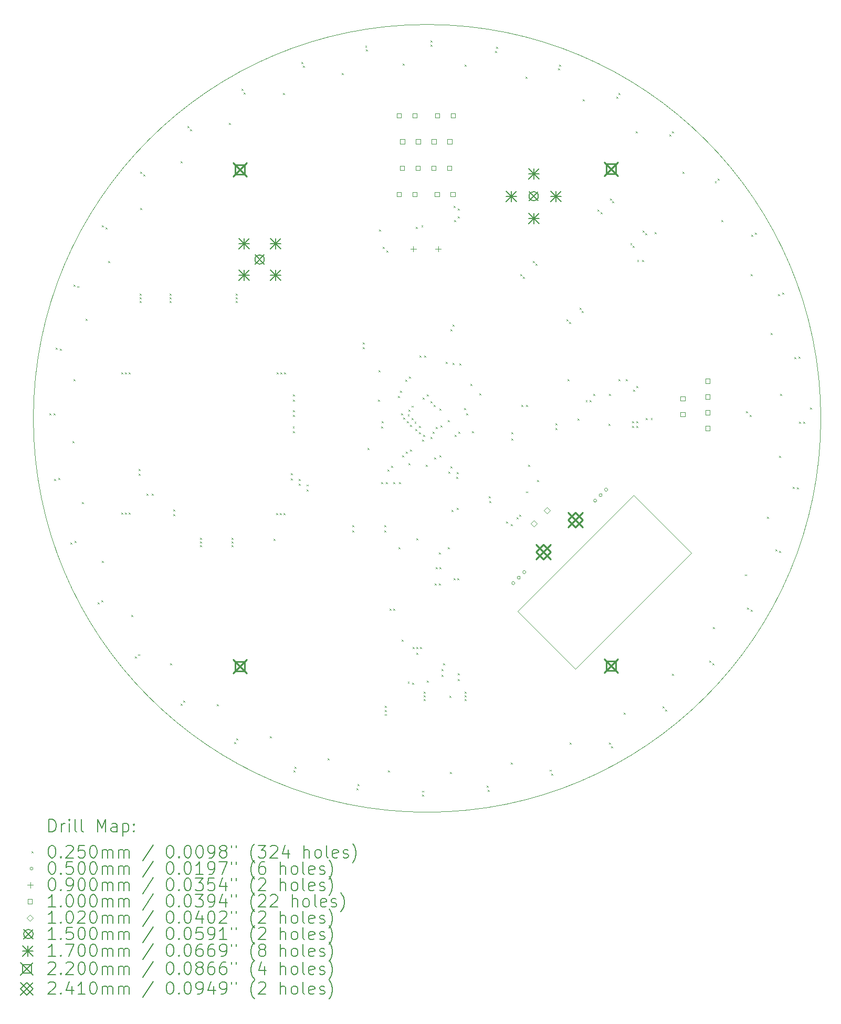
<source format=gbr>
%FSLAX45Y45*%
G04 Gerber Fmt 4.5, Leading zero omitted, Abs format (unit mm)*
G04 Created by KiCad (PCBNEW (6.0.6)) date 2023-02-05 11:55:53*
%MOMM*%
%LPD*%
G01*
G04 APERTURE LIST*
%TA.AperFunction,Profile*%
%ADD10C,0.100000*%
%TD*%
%ADD11C,0.200000*%
%ADD12C,0.025000*%
%ADD13C,0.050000*%
%ADD14C,0.090000*%
%ADD15C,0.100000*%
%ADD16C,0.102000*%
%ADD17C,0.150000*%
%ADD18C,0.170000*%
%ADD19C,0.220000*%
%ADD20C,0.241000*%
G04 APERTURE END LIST*
D10*
X27370936Y-15011913D02*
G75*
G03*
X27370936Y-15011913I-6350000J0D01*
G01*
X25287165Y-17180404D02*
X23413332Y-19054236D01*
X22479951Y-18120856D01*
X24353784Y-16247022D01*
X25287165Y-17180404D01*
D11*
D12*
X14928436Y-14929413D02*
X14953436Y-14954413D01*
X14953436Y-14929413D02*
X14928436Y-14954413D01*
X14994102Y-14930096D02*
X15019102Y-14955096D01*
X15019102Y-14930096D02*
X14994102Y-14955096D01*
X15008650Y-15986257D02*
X15033650Y-16011257D01*
X15033650Y-15986257D02*
X15008650Y-16011257D01*
X15032961Y-13874695D02*
X15057961Y-13899695D01*
X15057961Y-13874695D02*
X15032961Y-13899695D01*
X15073437Y-15975527D02*
X15098437Y-16000527D01*
X15098437Y-15975527D02*
X15073437Y-16000527D01*
X15097510Y-13886771D02*
X15122510Y-13911771D01*
X15122510Y-13886771D02*
X15097510Y-13911771D01*
X15271164Y-17013117D02*
X15296164Y-17038117D01*
X15296164Y-17013117D02*
X15271164Y-17038117D01*
X15298436Y-15379413D02*
X15323436Y-15404413D01*
X15323436Y-15379413D02*
X15298436Y-15404413D01*
X15319047Y-12854152D02*
X15344047Y-12879152D01*
X15344047Y-12854152D02*
X15319047Y-12879152D01*
X15319198Y-14382109D02*
X15344198Y-14407109D01*
X15344198Y-14382109D02*
X15319198Y-14407109D01*
X15333103Y-16991300D02*
X15358103Y-17016300D01*
X15358103Y-16991300D02*
X15333103Y-17016300D01*
X15380519Y-12877253D02*
X15405519Y-12902253D01*
X15405519Y-12877253D02*
X15380519Y-12902253D01*
X15451170Y-16365171D02*
X15476170Y-16390171D01*
X15476170Y-16365171D02*
X15451170Y-16390171D01*
X15512824Y-13403561D02*
X15537824Y-13428561D01*
X15537824Y-13403561D02*
X15512824Y-13428561D01*
X15708002Y-17978791D02*
X15733002Y-18003791D01*
X15733002Y-17978791D02*
X15708002Y-18003791D01*
X15765212Y-17946550D02*
X15790212Y-17971550D01*
X15790212Y-17946550D02*
X15765212Y-17971550D01*
X15772759Y-17309431D02*
X15797759Y-17334431D01*
X15797759Y-17309431D02*
X15772759Y-17334431D01*
X15778002Y-11898791D02*
X15803002Y-11923791D01*
X15803002Y-11898791D02*
X15778002Y-11923791D01*
X15834529Y-11932216D02*
X15859529Y-11957216D01*
X15859529Y-11932216D02*
X15834529Y-11957216D01*
X15873431Y-12473503D02*
X15898431Y-12498503D01*
X15898431Y-12473503D02*
X15873431Y-12498503D01*
X16087500Y-14267500D02*
X16112500Y-14292500D01*
X16112500Y-14267500D02*
X16087500Y-14292500D01*
X16087500Y-16527500D02*
X16112500Y-16552500D01*
X16112500Y-16527500D02*
X16087500Y-16552500D01*
X16147500Y-14267500D02*
X16172500Y-14292500D01*
X16172500Y-14267500D02*
X16147500Y-14292500D01*
X16147500Y-16527500D02*
X16172500Y-16552500D01*
X16172500Y-16527500D02*
X16147500Y-16552500D01*
X16207500Y-14267500D02*
X16232500Y-14292500D01*
X16232500Y-14267500D02*
X16207500Y-14292500D01*
X16207500Y-16527500D02*
X16232500Y-16552500D01*
X16232500Y-16527500D02*
X16207500Y-16552500D01*
X16253431Y-18183503D02*
X16278431Y-18208503D01*
X16278431Y-18183503D02*
X16253431Y-18208503D01*
X16305891Y-18853939D02*
X16330891Y-18878939D01*
X16330891Y-18853939D02*
X16305891Y-18878939D01*
X16356633Y-18812252D02*
X16381633Y-18837252D01*
X16381633Y-18812252D02*
X16356633Y-18837252D01*
X16367500Y-15827500D02*
X16392500Y-15852500D01*
X16392500Y-15827500D02*
X16367500Y-15852500D01*
X16367500Y-15907500D02*
X16392500Y-15932500D01*
X16392500Y-15907500D02*
X16367500Y-15932500D01*
X16387500Y-12997500D02*
X16412500Y-13022500D01*
X16412500Y-12997500D02*
X16387500Y-13022500D01*
X16387500Y-13057500D02*
X16412500Y-13082500D01*
X16412500Y-13057500D02*
X16387500Y-13082500D01*
X16387500Y-13117500D02*
X16412500Y-13142500D01*
X16412500Y-13117500D02*
X16387500Y-13142500D01*
X16390063Y-11620193D02*
X16415063Y-11645193D01*
X16415063Y-11620193D02*
X16390063Y-11645193D01*
X16395881Y-11037641D02*
X16420881Y-11062641D01*
X16420881Y-11037641D02*
X16395881Y-11062641D01*
X16445745Y-11080374D02*
X16470745Y-11105374D01*
X16470745Y-11080374D02*
X16445745Y-11105374D01*
X16497500Y-16227500D02*
X16522500Y-16252500D01*
X16522500Y-16227500D02*
X16497500Y-16252500D01*
X16577500Y-16227500D02*
X16602500Y-16252500D01*
X16602500Y-16227500D02*
X16577500Y-16252500D01*
X16867500Y-12997500D02*
X16892500Y-13022500D01*
X16892500Y-12997500D02*
X16867500Y-13022500D01*
X16867500Y-13057500D02*
X16892500Y-13082500D01*
X16892500Y-13057500D02*
X16867500Y-13082500D01*
X16867500Y-13117500D02*
X16892500Y-13142500D01*
X16892500Y-13117500D02*
X16867500Y-13142500D01*
X16878582Y-18960827D02*
X16903582Y-18985827D01*
X16903582Y-18960827D02*
X16878582Y-18985827D01*
X16927500Y-16477500D02*
X16952500Y-16502500D01*
X16952500Y-16477500D02*
X16927500Y-16502500D01*
X16927500Y-16557500D02*
X16952500Y-16582500D01*
X16952500Y-16557500D02*
X16927500Y-16582500D01*
X17046665Y-19611968D02*
X17071665Y-19636968D01*
X17071665Y-19611968D02*
X17046665Y-19636968D01*
X17047022Y-10869559D02*
X17072022Y-10894559D01*
X17072022Y-10869559D02*
X17047022Y-10894559D01*
X17089397Y-19562104D02*
X17114397Y-19587104D01*
X17114397Y-19562104D02*
X17089397Y-19587104D01*
X17153911Y-10296868D02*
X17178911Y-10321868D01*
X17178911Y-10296868D02*
X17153911Y-10321868D01*
X17195597Y-10347610D02*
X17220597Y-10372610D01*
X17220597Y-10347610D02*
X17195597Y-10372610D01*
X17357500Y-16937500D02*
X17382500Y-16962500D01*
X17382500Y-16937500D02*
X17357500Y-16962500D01*
X17357500Y-16997500D02*
X17382500Y-17022500D01*
X17382500Y-16997500D02*
X17357500Y-17022500D01*
X17357500Y-17057500D02*
X17382500Y-17082500D01*
X17382500Y-17057500D02*
X17357500Y-17082500D01*
X17629216Y-19617786D02*
X17654216Y-19642786D01*
X17654216Y-19617786D02*
X17629216Y-19642786D01*
X17824347Y-10244408D02*
X17849347Y-10269408D01*
X17849347Y-10244408D02*
X17824347Y-10269408D01*
X17867500Y-16937500D02*
X17892500Y-16962500D01*
X17892500Y-16937500D02*
X17867500Y-16962500D01*
X17867500Y-16997500D02*
X17892500Y-17022500D01*
X17892500Y-16997500D02*
X17867500Y-17022500D01*
X17867500Y-17057500D02*
X17892500Y-17082500D01*
X17892500Y-17057500D02*
X17867500Y-17082500D01*
X17907815Y-20229848D02*
X17932815Y-20254848D01*
X17932815Y-20229848D02*
X17907815Y-20254848D01*
X17937500Y-12997500D02*
X17962500Y-13022500D01*
X17962500Y-12997500D02*
X17937500Y-13022500D01*
X17937500Y-13057500D02*
X17962500Y-13082500D01*
X17962500Y-13057500D02*
X17937500Y-13082500D01*
X17937500Y-13117500D02*
X17962500Y-13142500D01*
X17962500Y-13117500D02*
X17937500Y-13142500D01*
X17941239Y-20173321D02*
X17966239Y-20198321D01*
X17966239Y-20173321D02*
X17941239Y-20198321D01*
X18029058Y-9698979D02*
X18054058Y-9723979D01*
X18054058Y-9698979D02*
X18029058Y-9723979D01*
X18061300Y-9756188D02*
X18086300Y-9781188D01*
X18086300Y-9756188D02*
X18061300Y-9781188D01*
X18482526Y-20134418D02*
X18507526Y-20159418D01*
X18507526Y-20134418D02*
X18482526Y-20159418D01*
X18547500Y-16957500D02*
X18572500Y-16982500D01*
X18572500Y-16957500D02*
X18547500Y-16982500D01*
X18587500Y-16534950D02*
X18612500Y-16559950D01*
X18612500Y-16534950D02*
X18587500Y-16559950D01*
X18597500Y-14267500D02*
X18622500Y-14292500D01*
X18622500Y-14267500D02*
X18597500Y-14292500D01*
X18647500Y-16537500D02*
X18672500Y-16562500D01*
X18672500Y-16537500D02*
X18647500Y-16562500D01*
X18657500Y-14267500D02*
X18682500Y-14292500D01*
X18682500Y-14267500D02*
X18657500Y-14292500D01*
X18698418Y-9763736D02*
X18723418Y-9788736D01*
X18723418Y-9763736D02*
X18698418Y-9788736D01*
X18707500Y-16537500D02*
X18732500Y-16562500D01*
X18732500Y-16537500D02*
X18707500Y-16562500D01*
X18717500Y-14267500D02*
X18742500Y-14292500D01*
X18742500Y-14267500D02*
X18717500Y-14292500D01*
X18827500Y-15897500D02*
X18852500Y-15922500D01*
X18852500Y-15897500D02*
X18827500Y-15922500D01*
X18827500Y-15977500D02*
X18852500Y-16002500D01*
X18852500Y-15977500D02*
X18827500Y-16002500D01*
X18853350Y-15141650D02*
X18878350Y-15166650D01*
X18878350Y-15141650D02*
X18853350Y-15166650D01*
X18857500Y-14627500D02*
X18882500Y-14652500D01*
X18882500Y-14627500D02*
X18857500Y-14652500D01*
X18857500Y-14707500D02*
X18882500Y-14732500D01*
X18882500Y-14707500D02*
X18857500Y-14732500D01*
X18857500Y-14877500D02*
X18882500Y-14902500D01*
X18882500Y-14877500D02*
X18857500Y-14902500D01*
X18857500Y-14957500D02*
X18882500Y-14982500D01*
X18882500Y-14957500D02*
X18857500Y-14982500D01*
X18857500Y-15217500D02*
X18882500Y-15242500D01*
X18882500Y-15217500D02*
X18857500Y-15242500D01*
X18863175Y-20688803D02*
X18888175Y-20713803D01*
X18888175Y-20688803D02*
X18863175Y-20713803D01*
X18886276Y-20627330D02*
X18911276Y-20652330D01*
X18911276Y-20627330D02*
X18886276Y-20652330D01*
X18947500Y-15987500D02*
X18972500Y-16012500D01*
X18972500Y-15987500D02*
X18947500Y-16012500D01*
X18947500Y-16067500D02*
X18972500Y-16092500D01*
X18972500Y-16067500D02*
X18947500Y-16092500D01*
X18994732Y-9262141D02*
X19019732Y-9287141D01*
X19019732Y-9262141D02*
X18994732Y-9287141D01*
X19016550Y-9324080D02*
X19041550Y-9349080D01*
X19041550Y-9324080D02*
X19016550Y-9349080D01*
X19077500Y-16077500D02*
X19102500Y-16102500D01*
X19102500Y-16077500D02*
X19077500Y-16102500D01*
X19077500Y-16157500D02*
X19102500Y-16182500D01*
X19102500Y-16157500D02*
X19077500Y-16182500D01*
X19412585Y-20495026D02*
X19437585Y-20520026D01*
X19437585Y-20495026D02*
X19412585Y-20520026D01*
X19642678Y-9442147D02*
X19667678Y-9467147D01*
X19667678Y-9442147D02*
X19642678Y-9467147D01*
X19817500Y-16737500D02*
X19842500Y-16762500D01*
X19842500Y-16737500D02*
X19817500Y-16762500D01*
X19817500Y-16817500D02*
X19842500Y-16842500D01*
X19842500Y-16817500D02*
X19817500Y-16842500D01*
X19883719Y-20974889D02*
X19908719Y-20999889D01*
X19908719Y-20974889D02*
X19883719Y-20999889D01*
X19895794Y-20910339D02*
X19920794Y-20935339D01*
X19920794Y-20910339D02*
X19895794Y-20935339D01*
X19987500Y-13787500D02*
X20012500Y-13812500D01*
X20012500Y-13787500D02*
X19987500Y-13812500D01*
X19987500Y-13867500D02*
X20012500Y-13892500D01*
X20012500Y-13867500D02*
X19987500Y-13892500D01*
X20021592Y-8999627D02*
X20046592Y-9024627D01*
X20046592Y-8999627D02*
X20021592Y-9024627D01*
X20032322Y-9064414D02*
X20057322Y-9089414D01*
X20057322Y-9064414D02*
X20032322Y-9089414D01*
X20057500Y-15487500D02*
X20082500Y-15512500D01*
X20082500Y-15487500D02*
X20057500Y-15512500D01*
X20227500Y-14707500D02*
X20252500Y-14732500D01*
X20252500Y-14707500D02*
X20227500Y-14732500D01*
X20237500Y-14237500D02*
X20262500Y-14262500D01*
X20262500Y-14237500D02*
X20237500Y-14262500D01*
X20247500Y-11967500D02*
X20272500Y-11992500D01*
X20272500Y-11967500D02*
X20247500Y-11992500D01*
X20277500Y-16037500D02*
X20302500Y-16062500D01*
X20302500Y-16037500D02*
X20277500Y-16062500D01*
X20283350Y-15141650D02*
X20308350Y-15166650D01*
X20308350Y-15141650D02*
X20283350Y-15166650D01*
X20287500Y-15057500D02*
X20312500Y-15082500D01*
X20312500Y-15057500D02*
X20287500Y-15082500D01*
X20307500Y-12247500D02*
X20332500Y-12272500D01*
X20332500Y-12247500D02*
X20307500Y-12272500D01*
X20327500Y-16737500D02*
X20352500Y-16762500D01*
X20352500Y-16737500D02*
X20327500Y-16762500D01*
X20327500Y-16817500D02*
X20352500Y-16842500D01*
X20352500Y-16817500D02*
X20327500Y-16842500D01*
X20337500Y-19647500D02*
X20362500Y-19672500D01*
X20362500Y-19647500D02*
X20337500Y-19672500D01*
X20337500Y-19717500D02*
X20362500Y-19742500D01*
X20362500Y-19717500D02*
X20337500Y-19742500D01*
X20337500Y-19777500D02*
X20362500Y-19802500D01*
X20362500Y-19777500D02*
X20337500Y-19802500D01*
X20357500Y-16037500D02*
X20382500Y-16062500D01*
X20382500Y-16037500D02*
X20357500Y-16062500D01*
X20367500Y-12307500D02*
X20392500Y-12332500D01*
X20392500Y-12307500D02*
X20367500Y-12332500D01*
X20377500Y-15837500D02*
X20402500Y-15862500D01*
X20402500Y-15837500D02*
X20377500Y-15862500D01*
X20391132Y-20688652D02*
X20416132Y-20713652D01*
X20416132Y-20688652D02*
X20391132Y-20713652D01*
X20417500Y-18077500D02*
X20442500Y-18102500D01*
X20442500Y-18077500D02*
X20417500Y-18102500D01*
X20437500Y-15777500D02*
X20462500Y-15802500D01*
X20462500Y-15777500D02*
X20437500Y-15802500D01*
X20477500Y-16037500D02*
X20502500Y-16062500D01*
X20502500Y-16037500D02*
X20477500Y-16062500D01*
X20477500Y-18077500D02*
X20502500Y-18102500D01*
X20502500Y-18077500D02*
X20477500Y-18102500D01*
X20547500Y-14647500D02*
X20572500Y-14672500D01*
X20572500Y-14647500D02*
X20547500Y-14672500D01*
X20557500Y-17087500D02*
X20582500Y-17112500D01*
X20582500Y-17087500D02*
X20557500Y-17112500D01*
X20567500Y-16037500D02*
X20592500Y-16062500D01*
X20592500Y-16037500D02*
X20567500Y-16062500D01*
X20587500Y-14567500D02*
X20612500Y-14592500D01*
X20612500Y-14567500D02*
X20587500Y-14592500D01*
X20603278Y-14927294D02*
X20628278Y-14952294D01*
X20628278Y-14927294D02*
X20603278Y-14952294D01*
X20607500Y-18577500D02*
X20632500Y-18602500D01*
X20632500Y-18577500D02*
X20607500Y-18602500D01*
X20617500Y-15607500D02*
X20642500Y-15632500D01*
X20642500Y-15607500D02*
X20617500Y-15632500D01*
X20628436Y-9289413D02*
X20653436Y-9314413D01*
X20653436Y-9289413D02*
X20628436Y-9314413D01*
X20637500Y-14997500D02*
X20662500Y-15022500D01*
X20662500Y-14997500D02*
X20637500Y-15022500D01*
X20667500Y-14387500D02*
X20692500Y-14412500D01*
X20692500Y-14387500D02*
X20667500Y-14412500D01*
X20677500Y-15547500D02*
X20702500Y-15572500D01*
X20702500Y-15547500D02*
X20677500Y-15572500D01*
X20697500Y-15057500D02*
X20722500Y-15082500D01*
X20722500Y-15057500D02*
X20697500Y-15082500D01*
X20707500Y-14947500D02*
X20732500Y-14972500D01*
X20732500Y-14947500D02*
X20707500Y-14972500D01*
X20707500Y-19257500D02*
X20732500Y-19282500D01*
X20732500Y-19257500D02*
X20707500Y-19282500D01*
X20717500Y-14867500D02*
X20742500Y-14892500D01*
X20742500Y-14867500D02*
X20717500Y-14892500D01*
X20717500Y-15737500D02*
X20742500Y-15762500D01*
X20742500Y-15737500D02*
X20717500Y-15762500D01*
X20727500Y-14337500D02*
X20752500Y-14362500D01*
X20752500Y-14337500D02*
X20727500Y-14362500D01*
X20747500Y-15117500D02*
X20772500Y-15142500D01*
X20772500Y-15117500D02*
X20747500Y-15142500D01*
X20747500Y-15517500D02*
X20772500Y-15542500D01*
X20772500Y-15517500D02*
X20747500Y-15542500D01*
X20767500Y-14807500D02*
X20792500Y-14832500D01*
X20792500Y-14807500D02*
X20767500Y-14832500D01*
X20767500Y-15007500D02*
X20792500Y-15032500D01*
X20792500Y-15007500D02*
X20767500Y-15032500D01*
X20777500Y-19277500D02*
X20802500Y-19302500D01*
X20802500Y-19277500D02*
X20777500Y-19302500D01*
X20787500Y-18697500D02*
X20812500Y-18722500D01*
X20812500Y-18697500D02*
X20787500Y-18722500D01*
X20817500Y-15067500D02*
X20842500Y-15092500D01*
X20842500Y-15067500D02*
X20817500Y-15092500D01*
X20827500Y-15187500D02*
X20852500Y-15212500D01*
X20852500Y-15187500D02*
X20827500Y-15212500D01*
X20837500Y-11927500D02*
X20862500Y-11952500D01*
X20862500Y-11927500D02*
X20837500Y-11952500D01*
X20847500Y-16947500D02*
X20872500Y-16972500D01*
X20872500Y-16947500D02*
X20847500Y-16972500D01*
X20847500Y-18697500D02*
X20872500Y-18722500D01*
X20872500Y-18697500D02*
X20847500Y-18722500D01*
X20847500Y-18787500D02*
X20872500Y-18812500D01*
X20872500Y-18787500D02*
X20847500Y-18812500D01*
X20887500Y-15137500D02*
X20912500Y-15162500D01*
X20912500Y-15137500D02*
X20887500Y-15162500D01*
X20889945Y-15238486D02*
X20914945Y-15263486D01*
X20914945Y-15238486D02*
X20889945Y-15263486D01*
X20897500Y-13997500D02*
X20922500Y-14022500D01*
X20922500Y-13997500D02*
X20897500Y-14022500D01*
X20907500Y-18697500D02*
X20932500Y-18722500D01*
X20932500Y-18697500D02*
X20907500Y-18722500D01*
X20927500Y-11897500D02*
X20952500Y-11922500D01*
X20952500Y-11897500D02*
X20927500Y-11922500D01*
X20937500Y-15357500D02*
X20962500Y-15382500D01*
X20962500Y-15357500D02*
X20937500Y-15382500D01*
X20938436Y-21079413D02*
X20963436Y-21104413D01*
X20963436Y-21079413D02*
X20938436Y-21104413D01*
X20939119Y-21013747D02*
X20964119Y-21038747D01*
X20964119Y-21013747D02*
X20939119Y-21038747D01*
X20947500Y-14677500D02*
X20972500Y-14702500D01*
X20972500Y-14677500D02*
X20947500Y-14702500D01*
X20957500Y-15277500D02*
X20982500Y-15302500D01*
X20982500Y-15277500D02*
X20957500Y-15302500D01*
X20967500Y-19417500D02*
X20992500Y-19442500D01*
X20992500Y-19417500D02*
X20967500Y-19442500D01*
X20967500Y-19477500D02*
X20992500Y-19502500D01*
X20992500Y-19477500D02*
X20967500Y-19502500D01*
X20967500Y-19537500D02*
X20992500Y-19562500D01*
X20992500Y-19537500D02*
X20967500Y-19562500D01*
X20977500Y-13997500D02*
X21002500Y-14022500D01*
X21002500Y-13997500D02*
X20977500Y-14022500D01*
X20997500Y-15757500D02*
X21022500Y-15782500D01*
X21022500Y-15757500D02*
X20997500Y-15782500D01*
X21017500Y-14627500D02*
X21042500Y-14652500D01*
X21042500Y-14627500D02*
X21017500Y-14652500D01*
X21017500Y-19237500D02*
X21042500Y-19262500D01*
X21042500Y-19237500D02*
X21017500Y-19262500D01*
X21074380Y-14734380D02*
X21099380Y-14759380D01*
X21099380Y-14734380D02*
X21074380Y-14759380D01*
X21077500Y-15307500D02*
X21102500Y-15332500D01*
X21102500Y-15307500D02*
X21077500Y-15332500D01*
X21077754Y-8985079D02*
X21102754Y-9010079D01*
X21102754Y-8985079D02*
X21077754Y-9010079D01*
X21078436Y-8919413D02*
X21103436Y-8944413D01*
X21103436Y-8919413D02*
X21078436Y-8944413D01*
X21107500Y-15227500D02*
X21132500Y-15252500D01*
X21132500Y-15227500D02*
X21107500Y-15252500D01*
X21127500Y-14797500D02*
X21152500Y-14822500D01*
X21152500Y-14797500D02*
X21127500Y-14822500D01*
X21137500Y-15637500D02*
X21162500Y-15662500D01*
X21162500Y-15637500D02*
X21137500Y-15662500D01*
X21147500Y-17677500D02*
X21172500Y-17702500D01*
X21172500Y-17677500D02*
X21147500Y-17702500D01*
X21157500Y-15147500D02*
X21182500Y-15172500D01*
X21182500Y-15147500D02*
X21157500Y-15172500D01*
X21157500Y-17407500D02*
X21182500Y-17432500D01*
X21182500Y-17407500D02*
X21157500Y-17432500D01*
X21207500Y-17177500D02*
X21232500Y-17202500D01*
X21232500Y-17177500D02*
X21207500Y-17202500D01*
X21207500Y-17677500D02*
X21232500Y-17702500D01*
X21232500Y-17677500D02*
X21207500Y-17702500D01*
X21217500Y-14850050D02*
X21242500Y-14875050D01*
X21242500Y-14850050D02*
X21217500Y-14875050D01*
X21217500Y-15607500D02*
X21242500Y-15632500D01*
X21242500Y-15607500D02*
X21217500Y-15632500D01*
X21217500Y-17407500D02*
X21242500Y-17432500D01*
X21242500Y-17407500D02*
X21217500Y-17432500D01*
X21237500Y-15127500D02*
X21262500Y-15152500D01*
X21262500Y-15127500D02*
X21237500Y-15152500D01*
X21257500Y-19057500D02*
X21282500Y-19082500D01*
X21282500Y-19057500D02*
X21257500Y-19082500D01*
X21257500Y-19147500D02*
X21282500Y-19172500D01*
X21282500Y-19147500D02*
X21257500Y-19172500D01*
X21277500Y-18957500D02*
X21302500Y-18982500D01*
X21302500Y-18957500D02*
X21277500Y-18982500D01*
X21317500Y-14097500D02*
X21342500Y-14122500D01*
X21342500Y-14097500D02*
X21317500Y-14122500D01*
X21357500Y-17087500D02*
X21382500Y-17112500D01*
X21382500Y-17087500D02*
X21357500Y-17112500D01*
X21358574Y-15037220D02*
X21383574Y-15062220D01*
X21383574Y-15037220D02*
X21358574Y-15062220D01*
X21367500Y-15867500D02*
X21392500Y-15892500D01*
X21392500Y-15867500D02*
X21367500Y-15892500D01*
X21377500Y-19487500D02*
X21402500Y-19512500D01*
X21402500Y-19487500D02*
X21377500Y-19512500D01*
X21388436Y-20709413D02*
X21413436Y-20734413D01*
X21413436Y-20709413D02*
X21388436Y-20734413D01*
X21397500Y-13577500D02*
X21422500Y-13602500D01*
X21422500Y-13577500D02*
X21397500Y-13602500D01*
X21397500Y-15787500D02*
X21422500Y-15812500D01*
X21422500Y-15787500D02*
X21397500Y-15812500D01*
X21417500Y-16487500D02*
X21442500Y-16512500D01*
X21442500Y-16487500D02*
X21417500Y-16512500D01*
X21427500Y-13497500D02*
X21452500Y-13522500D01*
X21452500Y-13497500D02*
X21427500Y-13522500D01*
X21427500Y-14117500D02*
X21452500Y-14142500D01*
X21452500Y-14117500D02*
X21427500Y-14142500D01*
X21447500Y-11587500D02*
X21472500Y-11612500D01*
X21472500Y-11587500D02*
X21447500Y-11612500D01*
X21447500Y-17587500D02*
X21472500Y-17612500D01*
X21472500Y-17587500D02*
X21447500Y-17612500D01*
X21457500Y-11817500D02*
X21482500Y-11842500D01*
X21482500Y-11817500D02*
X21457500Y-11842500D01*
X21467500Y-15277500D02*
X21492500Y-15302500D01*
X21492500Y-15277500D02*
X21467500Y-15302500D01*
X21487500Y-15957500D02*
X21512500Y-15982500D01*
X21512500Y-15957500D02*
X21487500Y-15982500D01*
X21497500Y-15877500D02*
X21522500Y-15902500D01*
X21522500Y-15877500D02*
X21497500Y-15902500D01*
X21497500Y-16457500D02*
X21522500Y-16482500D01*
X21522500Y-16457500D02*
X21497500Y-16482500D01*
X21507500Y-17587500D02*
X21532500Y-17612500D01*
X21532500Y-17587500D02*
X21507500Y-17612500D01*
X21512500Y-19122500D02*
X21537500Y-19147500D01*
X21537500Y-19122500D02*
X21512500Y-19147500D01*
X21517500Y-11627500D02*
X21542500Y-11652500D01*
X21542500Y-11627500D02*
X21517500Y-11652500D01*
X21517500Y-11757500D02*
X21542500Y-11782500D01*
X21542500Y-11757500D02*
X21517500Y-11782500D01*
X21517500Y-19217500D02*
X21542500Y-19242500D01*
X21542500Y-19217500D02*
X21517500Y-19242500D01*
X21527500Y-15227500D02*
X21552500Y-15252500D01*
X21552500Y-15227500D02*
X21527500Y-15252500D01*
X21537500Y-14127500D02*
X21562500Y-14152500D01*
X21562500Y-14127500D02*
X21537500Y-14152500D01*
X21617500Y-14847500D02*
X21642500Y-14872500D01*
X21642500Y-14847500D02*
X21617500Y-14872500D01*
X21625741Y-9310174D02*
X21650741Y-9335174D01*
X21650741Y-9310174D02*
X21625741Y-9335174D01*
X21627500Y-19417500D02*
X21652500Y-19442500D01*
X21652500Y-19417500D02*
X21627500Y-19442500D01*
X21627500Y-19477500D02*
X21652500Y-19502500D01*
X21652500Y-19477500D02*
X21627500Y-19502500D01*
X21627500Y-19537500D02*
X21652500Y-19562500D01*
X21652500Y-19537500D02*
X21627500Y-19562500D01*
X21647500Y-14927500D02*
X21672500Y-14952500D01*
X21672500Y-14927500D02*
X21647500Y-14952500D01*
X21722500Y-14452500D02*
X21747500Y-14477500D01*
X21747500Y-14452500D02*
X21722500Y-14477500D01*
X21746877Y-15216877D02*
X21771877Y-15241877D01*
X21771877Y-15216877D02*
X21746877Y-15241877D01*
X21864950Y-14607500D02*
X21889950Y-14632500D01*
X21889950Y-14607500D02*
X21864950Y-14632500D01*
X21984551Y-20934413D02*
X22009551Y-20959413D01*
X22009551Y-20934413D02*
X21984551Y-20959413D01*
X21995281Y-20999200D02*
X22020281Y-21024200D01*
X22020281Y-20999200D02*
X21995281Y-21024200D01*
X22017500Y-16267500D02*
X22042500Y-16292500D01*
X22042500Y-16267500D02*
X22017500Y-16292500D01*
X22022500Y-16342500D02*
X22047500Y-16367500D01*
X22047500Y-16342500D02*
X22022500Y-16367500D01*
X22121079Y-9088487D02*
X22146079Y-9113487D01*
X22146079Y-9088487D02*
X22121079Y-9113487D01*
X22133154Y-9023937D02*
X22158154Y-9048937D01*
X22158154Y-9023937D02*
X22133154Y-9048937D01*
X22297500Y-16677500D02*
X22322500Y-16702500D01*
X22322500Y-16677500D02*
X22297500Y-16702500D01*
X22367500Y-16717500D02*
X22392500Y-16742500D01*
X22392500Y-16717500D02*
X22367500Y-16742500D01*
X22374194Y-20556679D02*
X22399194Y-20581679D01*
X22399194Y-20556679D02*
X22374194Y-20581679D01*
X22377500Y-15237500D02*
X22402500Y-15262500D01*
X22402500Y-15237500D02*
X22377500Y-15262500D01*
X22377500Y-15337500D02*
X22402500Y-15362500D01*
X22402500Y-15337500D02*
X22377500Y-15362500D01*
X22467500Y-16607500D02*
X22492500Y-16632500D01*
X22492500Y-16607500D02*
X22467500Y-16632500D01*
X22507500Y-16567500D02*
X22532500Y-16592500D01*
X22532500Y-16567500D02*
X22507500Y-16592500D01*
X22527500Y-12687500D02*
X22552500Y-12712500D01*
X22552500Y-12687500D02*
X22527500Y-12712500D01*
X22537500Y-14797500D02*
X22562500Y-14822500D01*
X22562500Y-14797500D02*
X22537500Y-14822500D01*
X22567500Y-12727500D02*
X22592500Y-12752500D01*
X22592500Y-12727500D02*
X22567500Y-12752500D01*
X22604288Y-9503801D02*
X22629288Y-9528801D01*
X22629288Y-9503801D02*
X22604288Y-9528801D01*
X22617500Y-14797500D02*
X22642500Y-14822500D01*
X22642500Y-14797500D02*
X22617500Y-14822500D01*
X22617500Y-16187500D02*
X22642500Y-16212500D01*
X22642500Y-16187500D02*
X22617500Y-16212500D01*
X22647500Y-15757500D02*
X22672500Y-15782500D01*
X22672500Y-15757500D02*
X22647500Y-15782500D01*
X22727500Y-12477500D02*
X22752500Y-12502500D01*
X22752500Y-12477500D02*
X22727500Y-12502500D01*
X22767500Y-12517500D02*
X22792500Y-12542500D01*
X22792500Y-12517500D02*
X22767500Y-12542500D01*
X22797500Y-16007500D02*
X22822500Y-16032500D01*
X22822500Y-16007500D02*
X22797500Y-16032500D01*
X23000323Y-20674746D02*
X23025323Y-20699746D01*
X23025323Y-20674746D02*
X23000323Y-20699746D01*
X23022140Y-20736686D02*
X23047140Y-20761686D01*
X23047140Y-20736686D02*
X23022140Y-20761686D01*
X23087500Y-15087500D02*
X23112500Y-15112500D01*
X23112500Y-15087500D02*
X23087500Y-15112500D01*
X23087500Y-15167500D02*
X23112500Y-15192500D01*
X23112500Y-15167500D02*
X23087500Y-15192500D01*
X23130596Y-9371496D02*
X23155596Y-9396496D01*
X23155596Y-9371496D02*
X23130596Y-9396496D01*
X23153697Y-9310023D02*
X23178697Y-9335023D01*
X23178697Y-9310023D02*
X23153697Y-9335023D01*
X23267500Y-13417500D02*
X23292500Y-13442500D01*
X23292500Y-13417500D02*
X23267500Y-13442500D01*
X23287500Y-14377500D02*
X23312500Y-14402500D01*
X23312500Y-14377500D02*
X23287500Y-14402500D01*
X23307500Y-13457500D02*
X23332500Y-13482500D01*
X23332500Y-13457500D02*
X23307500Y-13482500D01*
X23318455Y-20235090D02*
X23343455Y-20260090D01*
X23343455Y-20235090D02*
X23318455Y-20260090D01*
X23447500Y-15017500D02*
X23472500Y-15042500D01*
X23472500Y-15017500D02*
X23447500Y-15042500D01*
X23477500Y-13227500D02*
X23502500Y-13252500D01*
X23502500Y-13227500D02*
X23477500Y-13252500D01*
X23517500Y-13277500D02*
X23542500Y-13302500D01*
X23542500Y-13277500D02*
X23517500Y-13302500D01*
X23534347Y-9864408D02*
X23559347Y-9889408D01*
X23559347Y-9864408D02*
X23534347Y-9889408D01*
X23577500Y-14717500D02*
X23602500Y-14742500D01*
X23602500Y-14717500D02*
X23577500Y-14742500D01*
X23637500Y-14717500D02*
X23662500Y-14742500D01*
X23662500Y-14717500D02*
X23637500Y-14742500D01*
X23697500Y-14617500D02*
X23722500Y-14642500D01*
X23722500Y-14617500D02*
X23697500Y-14642500D01*
X23767500Y-11647500D02*
X23792500Y-11672500D01*
X23792500Y-11647500D02*
X23767500Y-11672500D01*
X23817500Y-11687500D02*
X23842500Y-11712500D01*
X23842500Y-11687500D02*
X23817500Y-11712500D01*
X23942500Y-15102500D02*
X23967500Y-15127500D01*
X23967500Y-15102500D02*
X23942500Y-15127500D01*
X23955573Y-20242638D02*
X23980573Y-20267638D01*
X23980573Y-20242638D02*
X23955573Y-20267638D01*
X23957500Y-14617500D02*
X23982500Y-14642500D01*
X23982500Y-14617500D02*
X23957500Y-14642500D01*
X23967500Y-11467500D02*
X23992500Y-11492500D01*
X23992500Y-11467500D02*
X23967500Y-11492500D01*
X23987815Y-20299848D02*
X24012815Y-20324848D01*
X24012815Y-20299848D02*
X23987815Y-20324848D01*
X24007500Y-11507500D02*
X24032500Y-11532500D01*
X24032500Y-11507500D02*
X24007500Y-11532500D01*
X24075634Y-9825506D02*
X24100634Y-9850506D01*
X24100634Y-9825506D02*
X24075634Y-9850506D01*
X24107500Y-14377500D02*
X24132500Y-14402500D01*
X24132500Y-14377500D02*
X24107500Y-14402500D01*
X24109058Y-9768979D02*
X24134058Y-9793979D01*
X24134058Y-9768979D02*
X24109058Y-9793979D01*
X24192526Y-19754418D02*
X24217526Y-19779418D01*
X24217526Y-19754418D02*
X24192526Y-19779418D01*
X24227500Y-14377500D02*
X24252500Y-14402500D01*
X24252500Y-14377500D02*
X24227500Y-14402500D01*
X24297500Y-12187500D02*
X24322500Y-12212500D01*
X24322500Y-12187500D02*
X24297500Y-12212500D01*
X24327500Y-15057500D02*
X24352500Y-15082500D01*
X24352500Y-15057500D02*
X24327500Y-15082500D01*
X24327500Y-15137500D02*
X24352500Y-15162500D01*
X24352500Y-15137500D02*
X24327500Y-15162500D01*
X24337500Y-12227500D02*
X24362500Y-12252500D01*
X24362500Y-12227500D02*
X24337500Y-12252500D01*
X24347500Y-14547500D02*
X24372500Y-14572500D01*
X24372500Y-14547500D02*
X24347500Y-14572500D01*
X24387657Y-10381040D02*
X24412657Y-10406040D01*
X24412657Y-10381040D02*
X24387657Y-10406040D01*
X24397500Y-14487500D02*
X24422500Y-14512500D01*
X24422500Y-14487500D02*
X24397500Y-14512500D01*
X24397500Y-15057500D02*
X24422500Y-15082500D01*
X24422500Y-15057500D02*
X24397500Y-15082500D01*
X24397500Y-15137500D02*
X24422500Y-15162500D01*
X24422500Y-15137500D02*
X24397500Y-15162500D01*
X24407500Y-12457500D02*
X24432500Y-12482500D01*
X24432500Y-12457500D02*
X24407500Y-12482500D01*
X24487500Y-12457500D02*
X24512500Y-12482500D01*
X24512500Y-12457500D02*
X24487500Y-12482500D01*
X24497500Y-11987500D02*
X24522500Y-12012500D01*
X24522500Y-11987500D02*
X24497500Y-12012500D01*
X24537500Y-12027500D02*
X24562500Y-12052500D01*
X24562500Y-12027500D02*
X24537500Y-12052500D01*
X24547500Y-15007500D02*
X24572500Y-15032500D01*
X24572500Y-15007500D02*
X24547500Y-15032500D01*
X24627500Y-15007500D02*
X24652500Y-15032500D01*
X24652500Y-15007500D02*
X24627500Y-15032500D01*
X24687500Y-12007500D02*
X24712500Y-12032500D01*
X24712500Y-12007500D02*
X24687500Y-12032500D01*
X24821276Y-19651216D02*
X24846276Y-19676216D01*
X24846276Y-19651216D02*
X24821276Y-19676216D01*
X24862962Y-19701958D02*
X24887962Y-19726958D01*
X24887962Y-19701958D02*
X24862962Y-19726958D01*
X24927476Y-10436722D02*
X24952476Y-10461722D01*
X24952476Y-10436722D02*
X24927476Y-10461722D01*
X24969850Y-19129268D02*
X24994850Y-19154268D01*
X24994850Y-19129268D02*
X24969850Y-19154268D01*
X24970208Y-10386858D02*
X24995208Y-10411858D01*
X24995208Y-10386858D02*
X24970208Y-10411858D01*
X25138291Y-11037999D02*
X25163291Y-11062999D01*
X25163291Y-11037999D02*
X25138291Y-11062999D01*
X25571127Y-18918452D02*
X25596127Y-18943452D01*
X25596127Y-18918452D02*
X25571127Y-18943452D01*
X25620991Y-18961185D02*
X25645991Y-18986185D01*
X25645991Y-18961185D02*
X25620991Y-18986185D01*
X25626809Y-18378633D02*
X25651809Y-18403633D01*
X25651809Y-18378633D02*
X25626809Y-18403633D01*
X25660240Y-11186574D02*
X25685240Y-11211574D01*
X25685240Y-11186574D02*
X25660240Y-11211574D01*
X25710982Y-11144887D02*
X25735982Y-11169887D01*
X25735982Y-11144887D02*
X25710982Y-11169887D01*
X25763441Y-11815323D02*
X25788441Y-11840323D01*
X25788441Y-11815323D02*
X25763441Y-11840323D01*
X26143441Y-17525323D02*
X26168441Y-17550323D01*
X26168441Y-17525323D02*
X26143441Y-17550323D01*
X26167500Y-14897500D02*
X26192500Y-14922500D01*
X26192500Y-14897500D02*
X26167500Y-14922500D01*
X26182344Y-18066610D02*
X26207344Y-18091610D01*
X26207344Y-18066610D02*
X26182344Y-18091610D01*
X26227500Y-14957500D02*
X26252500Y-14982500D01*
X26252500Y-14957500D02*
X26227500Y-14982500D01*
X26238871Y-18100035D02*
X26263871Y-18125035D01*
X26263871Y-18100035D02*
X26238871Y-18125035D01*
X26244114Y-12689395D02*
X26269114Y-12714395D01*
X26269114Y-12689395D02*
X26244114Y-12714395D01*
X26251661Y-12052276D02*
X26276661Y-12077276D01*
X26276661Y-12052276D02*
X26251661Y-12077276D01*
X26308871Y-12020035D02*
X26333871Y-12045035D01*
X26333871Y-12020035D02*
X26308871Y-12045035D01*
X26504049Y-16595265D02*
X26529049Y-16620265D01*
X26529049Y-16595265D02*
X26504049Y-16620265D01*
X26565702Y-13633655D02*
X26590702Y-13658655D01*
X26590702Y-13633655D02*
X26565702Y-13658655D01*
X26636354Y-17121573D02*
X26661354Y-17146573D01*
X26661354Y-17121573D02*
X26636354Y-17146573D01*
X26683769Y-13007526D02*
X26708769Y-13032526D01*
X26708769Y-13007526D02*
X26683769Y-13032526D01*
X26697675Y-15616717D02*
X26722675Y-15641717D01*
X26722675Y-15616717D02*
X26697675Y-15641717D01*
X26697826Y-17144674D02*
X26722826Y-17169674D01*
X26722826Y-17144674D02*
X26697826Y-17169674D01*
X26718436Y-14619413D02*
X26743436Y-14644413D01*
X26743436Y-14619413D02*
X26718436Y-14644413D01*
X26745709Y-12985709D02*
X26770709Y-13010709D01*
X26770709Y-12985709D02*
X26745709Y-13010709D01*
X26919362Y-16112055D02*
X26944362Y-16137055D01*
X26944362Y-16112055D02*
X26919362Y-16137055D01*
X26943436Y-14023299D02*
X26968436Y-14048299D01*
X26968436Y-14023299D02*
X26943436Y-14048299D01*
X26983912Y-16124130D02*
X27008912Y-16149130D01*
X27008912Y-16124130D02*
X26983912Y-16149130D01*
X27008223Y-14012569D02*
X27033223Y-14037569D01*
X27033223Y-14012569D02*
X27008223Y-14037569D01*
X27022770Y-15068730D02*
X27047770Y-15093730D01*
X27047770Y-15068730D02*
X27022770Y-15093730D01*
X27088436Y-15069413D02*
X27113436Y-15094413D01*
X27113436Y-15069413D02*
X27088436Y-15094413D01*
X27197500Y-14837500D02*
X27222500Y-14862500D01*
X27222500Y-14837500D02*
X27197500Y-14862500D01*
D13*
X22436403Y-17668180D02*
G75*
G03*
X22436403Y-17668180I-25000J0D01*
G01*
X22524792Y-17579792D02*
G75*
G03*
X22524792Y-17579792I-25000J0D01*
G01*
X22613180Y-17491404D02*
G75*
G03*
X22613180Y-17491404I-25000J0D01*
G01*
X23756403Y-16338180D02*
G75*
G03*
X23756403Y-16338180I-25000J0D01*
G01*
X23844792Y-16249792D02*
G75*
G03*
X23844792Y-16249792I-25000J0D01*
G01*
X23933180Y-16161403D02*
G75*
G03*
X23933180Y-16161403I-25000J0D01*
G01*
D14*
X20800000Y-12235000D02*
X20800000Y-12325000D01*
X20755000Y-12280000D02*
X20845000Y-12280000D01*
X21200000Y-12235000D02*
X21200000Y-12325000D01*
X21155000Y-12280000D02*
X21245000Y-12280000D01*
D15*
X20602356Y-10162856D02*
X20602356Y-10092144D01*
X20531644Y-10092144D01*
X20531644Y-10162856D01*
X20602356Y-10162856D01*
X20602356Y-11435356D02*
X20602356Y-11364644D01*
X20531644Y-11364644D01*
X20531644Y-11435356D01*
X20602356Y-11435356D01*
X20655356Y-11012856D02*
X20655356Y-10942144D01*
X20584644Y-10942144D01*
X20584644Y-11012856D01*
X20655356Y-11012856D01*
X20657356Y-10585356D02*
X20657356Y-10514644D01*
X20586644Y-10514644D01*
X20586644Y-10585356D01*
X20657356Y-10585356D01*
X20856356Y-10162856D02*
X20856356Y-10092144D01*
X20785644Y-10092144D01*
X20785644Y-10162856D01*
X20856356Y-10162856D01*
X20856356Y-11435356D02*
X20856356Y-11364644D01*
X20785644Y-11364644D01*
X20785644Y-11435356D01*
X20856356Y-11435356D01*
X20909356Y-11012856D02*
X20909356Y-10942144D01*
X20838644Y-10942144D01*
X20838644Y-11012856D01*
X20909356Y-11012856D01*
X20911356Y-10585356D02*
X20911356Y-10514644D01*
X20840644Y-10514644D01*
X20840644Y-10585356D01*
X20911356Y-10585356D01*
X21163356Y-11012856D02*
X21163356Y-10942144D01*
X21092644Y-10942144D01*
X21092644Y-11012856D01*
X21163356Y-11012856D01*
X21165356Y-10585356D02*
X21165356Y-10514644D01*
X21094644Y-10514644D01*
X21094644Y-10585356D01*
X21165356Y-10585356D01*
X21217356Y-11435356D02*
X21217356Y-11364644D01*
X21146644Y-11364644D01*
X21146644Y-11435356D01*
X21217356Y-11435356D01*
X21218356Y-10165356D02*
X21218356Y-10094644D01*
X21147644Y-10094644D01*
X21147644Y-10165356D01*
X21218356Y-10165356D01*
X21417356Y-11012856D02*
X21417356Y-10942144D01*
X21346644Y-10942144D01*
X21346644Y-11012856D01*
X21417356Y-11012856D01*
X21419356Y-10585356D02*
X21419356Y-10514644D01*
X21348644Y-10514644D01*
X21348644Y-10585356D01*
X21419356Y-10585356D01*
X21471356Y-11435356D02*
X21471356Y-11364644D01*
X21400644Y-11364644D01*
X21400644Y-11435356D01*
X21471356Y-11435356D01*
X21472356Y-10165356D02*
X21472356Y-10094644D01*
X21401644Y-10094644D01*
X21401644Y-10165356D01*
X21472356Y-10165356D01*
X25177856Y-14730356D02*
X25177856Y-14659644D01*
X25107144Y-14659644D01*
X25107144Y-14730356D01*
X25177856Y-14730356D01*
X25177856Y-14984356D02*
X25177856Y-14913644D01*
X25107144Y-14913644D01*
X25107144Y-14984356D01*
X25177856Y-14984356D01*
X25582856Y-14443356D02*
X25582856Y-14372644D01*
X25512144Y-14372644D01*
X25512144Y-14443356D01*
X25582856Y-14443356D01*
X25582856Y-14697356D02*
X25582856Y-14626644D01*
X25512144Y-14626644D01*
X25512144Y-14697356D01*
X25582856Y-14697356D01*
X25582856Y-14951356D02*
X25582856Y-14880644D01*
X25512144Y-14880644D01*
X25512144Y-14951356D01*
X25582856Y-14951356D01*
X25582856Y-15205356D02*
X25582856Y-15134644D01*
X25512144Y-15134644D01*
X25512144Y-15205356D01*
X25582856Y-15205356D01*
D16*
X22744514Y-16757646D02*
X22795514Y-16706646D01*
X22744514Y-16655646D01*
X22693514Y-16706646D01*
X22744514Y-16757646D01*
X22956646Y-16545514D02*
X23007646Y-16494514D01*
X22956646Y-16443514D01*
X22905646Y-16494514D01*
X22956646Y-16545514D01*
D17*
X18245000Y-12375000D02*
X18395000Y-12525000D01*
X18395000Y-12375000D02*
X18245000Y-12525000D01*
X18395000Y-12450000D02*
G75*
G03*
X18395000Y-12450000I-75000J0D01*
G01*
X22665000Y-11355000D02*
X22815000Y-11505000D01*
X22815000Y-11355000D02*
X22665000Y-11505000D01*
X22815000Y-11430000D02*
G75*
G03*
X22815000Y-11430000I-75000J0D01*
G01*
D18*
X17981000Y-12111000D02*
X18151000Y-12281000D01*
X18151000Y-12111000D02*
X17981000Y-12281000D01*
X18066000Y-12111000D02*
X18066000Y-12281000D01*
X17981000Y-12196000D02*
X18151000Y-12196000D01*
X17981000Y-12619000D02*
X18151000Y-12789000D01*
X18151000Y-12619000D02*
X17981000Y-12789000D01*
X18066000Y-12619000D02*
X18066000Y-12789000D01*
X17981000Y-12704000D02*
X18151000Y-12704000D01*
X18489000Y-12111000D02*
X18659000Y-12281000D01*
X18659000Y-12111000D02*
X18489000Y-12281000D01*
X18574000Y-12111000D02*
X18574000Y-12281000D01*
X18489000Y-12196000D02*
X18659000Y-12196000D01*
X18489000Y-12619000D02*
X18659000Y-12789000D01*
X18659000Y-12619000D02*
X18489000Y-12789000D01*
X18574000Y-12619000D02*
X18574000Y-12789000D01*
X18489000Y-12704000D02*
X18659000Y-12704000D01*
X22295790Y-11345000D02*
X22465790Y-11515000D01*
X22465790Y-11345000D02*
X22295790Y-11515000D01*
X22380790Y-11345000D02*
X22380790Y-11515000D01*
X22295790Y-11430000D02*
X22465790Y-11430000D01*
X22655000Y-10985790D02*
X22825000Y-11155790D01*
X22825000Y-10985790D02*
X22655000Y-11155790D01*
X22740000Y-10985790D02*
X22740000Y-11155790D01*
X22655000Y-11070790D02*
X22825000Y-11070790D01*
X22655000Y-11704210D02*
X22825000Y-11874210D01*
X22825000Y-11704210D02*
X22655000Y-11874210D01*
X22740000Y-11704210D02*
X22740000Y-11874210D01*
X22655000Y-11789210D02*
X22825000Y-11789210D01*
X23014210Y-11345000D02*
X23184210Y-11515000D01*
X23184210Y-11345000D02*
X23014210Y-11515000D01*
X23099210Y-11345000D02*
X23099210Y-11515000D01*
X23014210Y-11430000D02*
X23184210Y-11430000D01*
D19*
X17890000Y-10890000D02*
X18110000Y-11110000D01*
X18110000Y-10890000D02*
X17890000Y-11110000D01*
X18077783Y-11077783D02*
X18077783Y-10922218D01*
X17922218Y-10922218D01*
X17922218Y-11077783D01*
X18077783Y-11077783D01*
X17890000Y-18900000D02*
X18110000Y-19120000D01*
X18110000Y-18900000D02*
X17890000Y-19120000D01*
X18077783Y-19087783D02*
X18077783Y-18932218D01*
X17922218Y-18932218D01*
X17922218Y-19087783D01*
X18077783Y-19087783D01*
X23880000Y-10880000D02*
X24100000Y-11100000D01*
X24100000Y-10880000D02*
X23880000Y-11100000D01*
X24067782Y-11067783D02*
X24067782Y-10912218D01*
X23912217Y-10912218D01*
X23912217Y-11067783D01*
X24067782Y-11067783D01*
X23880000Y-18890000D02*
X24100000Y-19110000D01*
X24100000Y-18890000D02*
X23880000Y-19110000D01*
X24067782Y-19077783D02*
X24067782Y-18922218D01*
X23912217Y-18922218D01*
X23912217Y-19077783D01*
X24067782Y-19077783D01*
D20*
X22777457Y-17043645D02*
X23018457Y-17284645D01*
X23018457Y-17043645D02*
X22777457Y-17284645D01*
X22897957Y-17284645D02*
X23018457Y-17164145D01*
X22897957Y-17043645D01*
X22777457Y-17164145D01*
X22897957Y-17284645D01*
X23293645Y-16527457D02*
X23534645Y-16768457D01*
X23534645Y-16527457D02*
X23293645Y-16768457D01*
X23414145Y-16768457D02*
X23534645Y-16647957D01*
X23414145Y-16527457D01*
X23293645Y-16647957D01*
X23414145Y-16768457D01*
D11*
X14923555Y-21677389D02*
X14923555Y-21477389D01*
X14971174Y-21477389D01*
X14999746Y-21486913D01*
X15018793Y-21505961D01*
X15028317Y-21525008D01*
X15037841Y-21563103D01*
X15037841Y-21591675D01*
X15028317Y-21629770D01*
X15018793Y-21648818D01*
X14999746Y-21667865D01*
X14971174Y-21677389D01*
X14923555Y-21677389D01*
X15123555Y-21677389D02*
X15123555Y-21544056D01*
X15123555Y-21582151D02*
X15133079Y-21563103D01*
X15142603Y-21553580D01*
X15161651Y-21544056D01*
X15180698Y-21544056D01*
X15247365Y-21677389D02*
X15247365Y-21544056D01*
X15247365Y-21477389D02*
X15237841Y-21486913D01*
X15247365Y-21496437D01*
X15256889Y-21486913D01*
X15247365Y-21477389D01*
X15247365Y-21496437D01*
X15371174Y-21677389D02*
X15352127Y-21667865D01*
X15342603Y-21648818D01*
X15342603Y-21477389D01*
X15475936Y-21677389D02*
X15456889Y-21667865D01*
X15447365Y-21648818D01*
X15447365Y-21477389D01*
X15704508Y-21677389D02*
X15704508Y-21477389D01*
X15771174Y-21620246D01*
X15837841Y-21477389D01*
X15837841Y-21677389D01*
X16018793Y-21677389D02*
X16018793Y-21572627D01*
X16009270Y-21553580D01*
X15990222Y-21544056D01*
X15952127Y-21544056D01*
X15933079Y-21553580D01*
X16018793Y-21667865D02*
X15999746Y-21677389D01*
X15952127Y-21677389D01*
X15933079Y-21667865D01*
X15923555Y-21648818D01*
X15923555Y-21629770D01*
X15933079Y-21610723D01*
X15952127Y-21601199D01*
X15999746Y-21601199D01*
X16018793Y-21591675D01*
X16114032Y-21544056D02*
X16114032Y-21744056D01*
X16114032Y-21553580D02*
X16133079Y-21544056D01*
X16171174Y-21544056D01*
X16190222Y-21553580D01*
X16199746Y-21563103D01*
X16209270Y-21582151D01*
X16209270Y-21639294D01*
X16199746Y-21658342D01*
X16190222Y-21667865D01*
X16171174Y-21677389D01*
X16133079Y-21677389D01*
X16114032Y-21667865D01*
X16294984Y-21658342D02*
X16304508Y-21667865D01*
X16294984Y-21677389D01*
X16285460Y-21667865D01*
X16294984Y-21658342D01*
X16294984Y-21677389D01*
X16294984Y-21553580D02*
X16304508Y-21563103D01*
X16294984Y-21572627D01*
X16285460Y-21563103D01*
X16294984Y-21553580D01*
X16294984Y-21572627D01*
D12*
X14640936Y-21994413D02*
X14665936Y-22019413D01*
X14665936Y-21994413D02*
X14640936Y-22019413D01*
D11*
X14961651Y-21897389D02*
X14980698Y-21897389D01*
X14999746Y-21906913D01*
X15009270Y-21916437D01*
X15018793Y-21935484D01*
X15028317Y-21973580D01*
X15028317Y-22021199D01*
X15018793Y-22059294D01*
X15009270Y-22078342D01*
X14999746Y-22087865D01*
X14980698Y-22097389D01*
X14961651Y-22097389D01*
X14942603Y-22087865D01*
X14933079Y-22078342D01*
X14923555Y-22059294D01*
X14914032Y-22021199D01*
X14914032Y-21973580D01*
X14923555Y-21935484D01*
X14933079Y-21916437D01*
X14942603Y-21906913D01*
X14961651Y-21897389D01*
X15114032Y-22078342D02*
X15123555Y-22087865D01*
X15114032Y-22097389D01*
X15104508Y-22087865D01*
X15114032Y-22078342D01*
X15114032Y-22097389D01*
X15199746Y-21916437D02*
X15209270Y-21906913D01*
X15228317Y-21897389D01*
X15275936Y-21897389D01*
X15294984Y-21906913D01*
X15304508Y-21916437D01*
X15314032Y-21935484D01*
X15314032Y-21954532D01*
X15304508Y-21983103D01*
X15190222Y-22097389D01*
X15314032Y-22097389D01*
X15494984Y-21897389D02*
X15399746Y-21897389D01*
X15390222Y-21992627D01*
X15399746Y-21983103D01*
X15418793Y-21973580D01*
X15466412Y-21973580D01*
X15485460Y-21983103D01*
X15494984Y-21992627D01*
X15504508Y-22011675D01*
X15504508Y-22059294D01*
X15494984Y-22078342D01*
X15485460Y-22087865D01*
X15466412Y-22097389D01*
X15418793Y-22097389D01*
X15399746Y-22087865D01*
X15390222Y-22078342D01*
X15628317Y-21897389D02*
X15647365Y-21897389D01*
X15666412Y-21906913D01*
X15675936Y-21916437D01*
X15685460Y-21935484D01*
X15694984Y-21973580D01*
X15694984Y-22021199D01*
X15685460Y-22059294D01*
X15675936Y-22078342D01*
X15666412Y-22087865D01*
X15647365Y-22097389D01*
X15628317Y-22097389D01*
X15609270Y-22087865D01*
X15599746Y-22078342D01*
X15590222Y-22059294D01*
X15580698Y-22021199D01*
X15580698Y-21973580D01*
X15590222Y-21935484D01*
X15599746Y-21916437D01*
X15609270Y-21906913D01*
X15628317Y-21897389D01*
X15780698Y-22097389D02*
X15780698Y-21964056D01*
X15780698Y-21983103D02*
X15790222Y-21973580D01*
X15809270Y-21964056D01*
X15837841Y-21964056D01*
X15856889Y-21973580D01*
X15866412Y-21992627D01*
X15866412Y-22097389D01*
X15866412Y-21992627D02*
X15875936Y-21973580D01*
X15894984Y-21964056D01*
X15923555Y-21964056D01*
X15942603Y-21973580D01*
X15952127Y-21992627D01*
X15952127Y-22097389D01*
X16047365Y-22097389D02*
X16047365Y-21964056D01*
X16047365Y-21983103D02*
X16056889Y-21973580D01*
X16075936Y-21964056D01*
X16104508Y-21964056D01*
X16123555Y-21973580D01*
X16133079Y-21992627D01*
X16133079Y-22097389D01*
X16133079Y-21992627D02*
X16142603Y-21973580D01*
X16161651Y-21964056D01*
X16190222Y-21964056D01*
X16209270Y-21973580D01*
X16218793Y-21992627D01*
X16218793Y-22097389D01*
X16609270Y-21887865D02*
X16437841Y-22145008D01*
X16866413Y-21897389D02*
X16885460Y-21897389D01*
X16904508Y-21906913D01*
X16914032Y-21916437D01*
X16923555Y-21935484D01*
X16933079Y-21973580D01*
X16933079Y-22021199D01*
X16923555Y-22059294D01*
X16914032Y-22078342D01*
X16904508Y-22087865D01*
X16885460Y-22097389D01*
X16866413Y-22097389D01*
X16847365Y-22087865D01*
X16837841Y-22078342D01*
X16828317Y-22059294D01*
X16818794Y-22021199D01*
X16818794Y-21973580D01*
X16828317Y-21935484D01*
X16837841Y-21916437D01*
X16847365Y-21906913D01*
X16866413Y-21897389D01*
X17018794Y-22078342D02*
X17028317Y-22087865D01*
X17018794Y-22097389D01*
X17009270Y-22087865D01*
X17018794Y-22078342D01*
X17018794Y-22097389D01*
X17152127Y-21897389D02*
X17171174Y-21897389D01*
X17190222Y-21906913D01*
X17199746Y-21916437D01*
X17209270Y-21935484D01*
X17218794Y-21973580D01*
X17218794Y-22021199D01*
X17209270Y-22059294D01*
X17199746Y-22078342D01*
X17190222Y-22087865D01*
X17171174Y-22097389D01*
X17152127Y-22097389D01*
X17133079Y-22087865D01*
X17123555Y-22078342D01*
X17114032Y-22059294D01*
X17104508Y-22021199D01*
X17104508Y-21973580D01*
X17114032Y-21935484D01*
X17123555Y-21916437D01*
X17133079Y-21906913D01*
X17152127Y-21897389D01*
X17342603Y-21897389D02*
X17361651Y-21897389D01*
X17380698Y-21906913D01*
X17390222Y-21916437D01*
X17399746Y-21935484D01*
X17409270Y-21973580D01*
X17409270Y-22021199D01*
X17399746Y-22059294D01*
X17390222Y-22078342D01*
X17380698Y-22087865D01*
X17361651Y-22097389D01*
X17342603Y-22097389D01*
X17323555Y-22087865D01*
X17314032Y-22078342D01*
X17304508Y-22059294D01*
X17294984Y-22021199D01*
X17294984Y-21973580D01*
X17304508Y-21935484D01*
X17314032Y-21916437D01*
X17323555Y-21906913D01*
X17342603Y-21897389D01*
X17504508Y-22097389D02*
X17542603Y-22097389D01*
X17561651Y-22087865D01*
X17571174Y-22078342D01*
X17590222Y-22049770D01*
X17599746Y-22011675D01*
X17599746Y-21935484D01*
X17590222Y-21916437D01*
X17580698Y-21906913D01*
X17561651Y-21897389D01*
X17523555Y-21897389D01*
X17504508Y-21906913D01*
X17494984Y-21916437D01*
X17485460Y-21935484D01*
X17485460Y-21983103D01*
X17494984Y-22002151D01*
X17504508Y-22011675D01*
X17523555Y-22021199D01*
X17561651Y-22021199D01*
X17580698Y-22011675D01*
X17590222Y-22002151D01*
X17599746Y-21983103D01*
X17714032Y-21983103D02*
X17694984Y-21973580D01*
X17685460Y-21964056D01*
X17675936Y-21945008D01*
X17675936Y-21935484D01*
X17685460Y-21916437D01*
X17694984Y-21906913D01*
X17714032Y-21897389D01*
X17752127Y-21897389D01*
X17771174Y-21906913D01*
X17780698Y-21916437D01*
X17790222Y-21935484D01*
X17790222Y-21945008D01*
X17780698Y-21964056D01*
X17771174Y-21973580D01*
X17752127Y-21983103D01*
X17714032Y-21983103D01*
X17694984Y-21992627D01*
X17685460Y-22002151D01*
X17675936Y-22021199D01*
X17675936Y-22059294D01*
X17685460Y-22078342D01*
X17694984Y-22087865D01*
X17714032Y-22097389D01*
X17752127Y-22097389D01*
X17771174Y-22087865D01*
X17780698Y-22078342D01*
X17790222Y-22059294D01*
X17790222Y-22021199D01*
X17780698Y-22002151D01*
X17771174Y-21992627D01*
X17752127Y-21983103D01*
X17866413Y-21897389D02*
X17866413Y-21935484D01*
X17942603Y-21897389D02*
X17942603Y-21935484D01*
X18237841Y-22173580D02*
X18228317Y-22164056D01*
X18209270Y-22135484D01*
X18199746Y-22116437D01*
X18190222Y-22087865D01*
X18180698Y-22040246D01*
X18180698Y-22002151D01*
X18190222Y-21954532D01*
X18199746Y-21925961D01*
X18209270Y-21906913D01*
X18228317Y-21878342D01*
X18237841Y-21868818D01*
X18294984Y-21897389D02*
X18418794Y-21897389D01*
X18352127Y-21973580D01*
X18380698Y-21973580D01*
X18399746Y-21983103D01*
X18409270Y-21992627D01*
X18418794Y-22011675D01*
X18418794Y-22059294D01*
X18409270Y-22078342D01*
X18399746Y-22087865D01*
X18380698Y-22097389D01*
X18323555Y-22097389D01*
X18304508Y-22087865D01*
X18294984Y-22078342D01*
X18494984Y-21916437D02*
X18504508Y-21906913D01*
X18523555Y-21897389D01*
X18571174Y-21897389D01*
X18590222Y-21906913D01*
X18599746Y-21916437D01*
X18609270Y-21935484D01*
X18609270Y-21954532D01*
X18599746Y-21983103D01*
X18485460Y-22097389D01*
X18609270Y-22097389D01*
X18780698Y-21964056D02*
X18780698Y-22097389D01*
X18733079Y-21887865D02*
X18685460Y-22030723D01*
X18809270Y-22030723D01*
X19037841Y-22097389D02*
X19037841Y-21897389D01*
X19123555Y-22097389D02*
X19123555Y-21992627D01*
X19114032Y-21973580D01*
X19094984Y-21964056D01*
X19066413Y-21964056D01*
X19047365Y-21973580D01*
X19037841Y-21983103D01*
X19247365Y-22097389D02*
X19228317Y-22087865D01*
X19218794Y-22078342D01*
X19209270Y-22059294D01*
X19209270Y-22002151D01*
X19218794Y-21983103D01*
X19228317Y-21973580D01*
X19247365Y-21964056D01*
X19275936Y-21964056D01*
X19294984Y-21973580D01*
X19304508Y-21983103D01*
X19314032Y-22002151D01*
X19314032Y-22059294D01*
X19304508Y-22078342D01*
X19294984Y-22087865D01*
X19275936Y-22097389D01*
X19247365Y-22097389D01*
X19428317Y-22097389D02*
X19409270Y-22087865D01*
X19399746Y-22068818D01*
X19399746Y-21897389D01*
X19580698Y-22087865D02*
X19561651Y-22097389D01*
X19523555Y-22097389D01*
X19504508Y-22087865D01*
X19494984Y-22068818D01*
X19494984Y-21992627D01*
X19504508Y-21973580D01*
X19523555Y-21964056D01*
X19561651Y-21964056D01*
X19580698Y-21973580D01*
X19590222Y-21992627D01*
X19590222Y-22011675D01*
X19494984Y-22030723D01*
X19666413Y-22087865D02*
X19685460Y-22097389D01*
X19723555Y-22097389D01*
X19742603Y-22087865D01*
X19752127Y-22068818D01*
X19752127Y-22059294D01*
X19742603Y-22040246D01*
X19723555Y-22030723D01*
X19694984Y-22030723D01*
X19675936Y-22021199D01*
X19666413Y-22002151D01*
X19666413Y-21992627D01*
X19675936Y-21973580D01*
X19694984Y-21964056D01*
X19723555Y-21964056D01*
X19742603Y-21973580D01*
X19818794Y-22173580D02*
X19828317Y-22164056D01*
X19847365Y-22135484D01*
X19856889Y-22116437D01*
X19866413Y-22087865D01*
X19875936Y-22040246D01*
X19875936Y-22002151D01*
X19866413Y-21954532D01*
X19856889Y-21925961D01*
X19847365Y-21906913D01*
X19828317Y-21878342D01*
X19818794Y-21868818D01*
D13*
X14665936Y-22270913D02*
G75*
G03*
X14665936Y-22270913I-25000J0D01*
G01*
D11*
X14961651Y-22161389D02*
X14980698Y-22161389D01*
X14999746Y-22170913D01*
X15009270Y-22180437D01*
X15018793Y-22199484D01*
X15028317Y-22237580D01*
X15028317Y-22285199D01*
X15018793Y-22323294D01*
X15009270Y-22342342D01*
X14999746Y-22351865D01*
X14980698Y-22361389D01*
X14961651Y-22361389D01*
X14942603Y-22351865D01*
X14933079Y-22342342D01*
X14923555Y-22323294D01*
X14914032Y-22285199D01*
X14914032Y-22237580D01*
X14923555Y-22199484D01*
X14933079Y-22180437D01*
X14942603Y-22170913D01*
X14961651Y-22161389D01*
X15114032Y-22342342D02*
X15123555Y-22351865D01*
X15114032Y-22361389D01*
X15104508Y-22351865D01*
X15114032Y-22342342D01*
X15114032Y-22361389D01*
X15304508Y-22161389D02*
X15209270Y-22161389D01*
X15199746Y-22256627D01*
X15209270Y-22247103D01*
X15228317Y-22237580D01*
X15275936Y-22237580D01*
X15294984Y-22247103D01*
X15304508Y-22256627D01*
X15314032Y-22275675D01*
X15314032Y-22323294D01*
X15304508Y-22342342D01*
X15294984Y-22351865D01*
X15275936Y-22361389D01*
X15228317Y-22361389D01*
X15209270Y-22351865D01*
X15199746Y-22342342D01*
X15437841Y-22161389D02*
X15456889Y-22161389D01*
X15475936Y-22170913D01*
X15485460Y-22180437D01*
X15494984Y-22199484D01*
X15504508Y-22237580D01*
X15504508Y-22285199D01*
X15494984Y-22323294D01*
X15485460Y-22342342D01*
X15475936Y-22351865D01*
X15456889Y-22361389D01*
X15437841Y-22361389D01*
X15418793Y-22351865D01*
X15409270Y-22342342D01*
X15399746Y-22323294D01*
X15390222Y-22285199D01*
X15390222Y-22237580D01*
X15399746Y-22199484D01*
X15409270Y-22180437D01*
X15418793Y-22170913D01*
X15437841Y-22161389D01*
X15628317Y-22161389D02*
X15647365Y-22161389D01*
X15666412Y-22170913D01*
X15675936Y-22180437D01*
X15685460Y-22199484D01*
X15694984Y-22237580D01*
X15694984Y-22285199D01*
X15685460Y-22323294D01*
X15675936Y-22342342D01*
X15666412Y-22351865D01*
X15647365Y-22361389D01*
X15628317Y-22361389D01*
X15609270Y-22351865D01*
X15599746Y-22342342D01*
X15590222Y-22323294D01*
X15580698Y-22285199D01*
X15580698Y-22237580D01*
X15590222Y-22199484D01*
X15599746Y-22180437D01*
X15609270Y-22170913D01*
X15628317Y-22161389D01*
X15780698Y-22361389D02*
X15780698Y-22228056D01*
X15780698Y-22247103D02*
X15790222Y-22237580D01*
X15809270Y-22228056D01*
X15837841Y-22228056D01*
X15856889Y-22237580D01*
X15866412Y-22256627D01*
X15866412Y-22361389D01*
X15866412Y-22256627D02*
X15875936Y-22237580D01*
X15894984Y-22228056D01*
X15923555Y-22228056D01*
X15942603Y-22237580D01*
X15952127Y-22256627D01*
X15952127Y-22361389D01*
X16047365Y-22361389D02*
X16047365Y-22228056D01*
X16047365Y-22247103D02*
X16056889Y-22237580D01*
X16075936Y-22228056D01*
X16104508Y-22228056D01*
X16123555Y-22237580D01*
X16133079Y-22256627D01*
X16133079Y-22361389D01*
X16133079Y-22256627D02*
X16142603Y-22237580D01*
X16161651Y-22228056D01*
X16190222Y-22228056D01*
X16209270Y-22237580D01*
X16218793Y-22256627D01*
X16218793Y-22361389D01*
X16609270Y-22151865D02*
X16437841Y-22409008D01*
X16866413Y-22161389D02*
X16885460Y-22161389D01*
X16904508Y-22170913D01*
X16914032Y-22180437D01*
X16923555Y-22199484D01*
X16933079Y-22237580D01*
X16933079Y-22285199D01*
X16923555Y-22323294D01*
X16914032Y-22342342D01*
X16904508Y-22351865D01*
X16885460Y-22361389D01*
X16866413Y-22361389D01*
X16847365Y-22351865D01*
X16837841Y-22342342D01*
X16828317Y-22323294D01*
X16818794Y-22285199D01*
X16818794Y-22237580D01*
X16828317Y-22199484D01*
X16837841Y-22180437D01*
X16847365Y-22170913D01*
X16866413Y-22161389D01*
X17018794Y-22342342D02*
X17028317Y-22351865D01*
X17018794Y-22361389D01*
X17009270Y-22351865D01*
X17018794Y-22342342D01*
X17018794Y-22361389D01*
X17152127Y-22161389D02*
X17171174Y-22161389D01*
X17190222Y-22170913D01*
X17199746Y-22180437D01*
X17209270Y-22199484D01*
X17218794Y-22237580D01*
X17218794Y-22285199D01*
X17209270Y-22323294D01*
X17199746Y-22342342D01*
X17190222Y-22351865D01*
X17171174Y-22361389D01*
X17152127Y-22361389D01*
X17133079Y-22351865D01*
X17123555Y-22342342D01*
X17114032Y-22323294D01*
X17104508Y-22285199D01*
X17104508Y-22237580D01*
X17114032Y-22199484D01*
X17123555Y-22180437D01*
X17133079Y-22170913D01*
X17152127Y-22161389D01*
X17409270Y-22361389D02*
X17294984Y-22361389D01*
X17352127Y-22361389D02*
X17352127Y-22161389D01*
X17333079Y-22189961D01*
X17314032Y-22209008D01*
X17294984Y-22218532D01*
X17504508Y-22361389D02*
X17542603Y-22361389D01*
X17561651Y-22351865D01*
X17571174Y-22342342D01*
X17590222Y-22313770D01*
X17599746Y-22275675D01*
X17599746Y-22199484D01*
X17590222Y-22180437D01*
X17580698Y-22170913D01*
X17561651Y-22161389D01*
X17523555Y-22161389D01*
X17504508Y-22170913D01*
X17494984Y-22180437D01*
X17485460Y-22199484D01*
X17485460Y-22247103D01*
X17494984Y-22266151D01*
X17504508Y-22275675D01*
X17523555Y-22285199D01*
X17561651Y-22285199D01*
X17580698Y-22275675D01*
X17590222Y-22266151D01*
X17599746Y-22247103D01*
X17666413Y-22161389D02*
X17799746Y-22161389D01*
X17714032Y-22361389D01*
X17866413Y-22161389D02*
X17866413Y-22199484D01*
X17942603Y-22161389D02*
X17942603Y-22199484D01*
X18237841Y-22437580D02*
X18228317Y-22428056D01*
X18209270Y-22399484D01*
X18199746Y-22380437D01*
X18190222Y-22351865D01*
X18180698Y-22304246D01*
X18180698Y-22266151D01*
X18190222Y-22218532D01*
X18199746Y-22189961D01*
X18209270Y-22170913D01*
X18228317Y-22142342D01*
X18237841Y-22132818D01*
X18399746Y-22161389D02*
X18361651Y-22161389D01*
X18342603Y-22170913D01*
X18333079Y-22180437D01*
X18314032Y-22209008D01*
X18304508Y-22247103D01*
X18304508Y-22323294D01*
X18314032Y-22342342D01*
X18323555Y-22351865D01*
X18342603Y-22361389D01*
X18380698Y-22361389D01*
X18399746Y-22351865D01*
X18409270Y-22342342D01*
X18418794Y-22323294D01*
X18418794Y-22275675D01*
X18409270Y-22256627D01*
X18399746Y-22247103D01*
X18380698Y-22237580D01*
X18342603Y-22237580D01*
X18323555Y-22247103D01*
X18314032Y-22256627D01*
X18304508Y-22275675D01*
X18656889Y-22361389D02*
X18656889Y-22161389D01*
X18742603Y-22361389D02*
X18742603Y-22256627D01*
X18733079Y-22237580D01*
X18714032Y-22228056D01*
X18685460Y-22228056D01*
X18666413Y-22237580D01*
X18656889Y-22247103D01*
X18866413Y-22361389D02*
X18847365Y-22351865D01*
X18837841Y-22342342D01*
X18828317Y-22323294D01*
X18828317Y-22266151D01*
X18837841Y-22247103D01*
X18847365Y-22237580D01*
X18866413Y-22228056D01*
X18894984Y-22228056D01*
X18914032Y-22237580D01*
X18923555Y-22247103D01*
X18933079Y-22266151D01*
X18933079Y-22323294D01*
X18923555Y-22342342D01*
X18914032Y-22351865D01*
X18894984Y-22361389D01*
X18866413Y-22361389D01*
X19047365Y-22361389D02*
X19028317Y-22351865D01*
X19018794Y-22332818D01*
X19018794Y-22161389D01*
X19199746Y-22351865D02*
X19180698Y-22361389D01*
X19142603Y-22361389D01*
X19123555Y-22351865D01*
X19114032Y-22332818D01*
X19114032Y-22256627D01*
X19123555Y-22237580D01*
X19142603Y-22228056D01*
X19180698Y-22228056D01*
X19199746Y-22237580D01*
X19209270Y-22256627D01*
X19209270Y-22275675D01*
X19114032Y-22294723D01*
X19285460Y-22351865D02*
X19304508Y-22361389D01*
X19342603Y-22361389D01*
X19361651Y-22351865D01*
X19371174Y-22332818D01*
X19371174Y-22323294D01*
X19361651Y-22304246D01*
X19342603Y-22294723D01*
X19314032Y-22294723D01*
X19294984Y-22285199D01*
X19285460Y-22266151D01*
X19285460Y-22256627D01*
X19294984Y-22237580D01*
X19314032Y-22228056D01*
X19342603Y-22228056D01*
X19361651Y-22237580D01*
X19437841Y-22437580D02*
X19447365Y-22428056D01*
X19466413Y-22399484D01*
X19475936Y-22380437D01*
X19485460Y-22351865D01*
X19494984Y-22304246D01*
X19494984Y-22266151D01*
X19485460Y-22218532D01*
X19475936Y-22189961D01*
X19466413Y-22170913D01*
X19447365Y-22142342D01*
X19437841Y-22132818D01*
D14*
X14620936Y-22489913D02*
X14620936Y-22579913D01*
X14575936Y-22534913D02*
X14665936Y-22534913D01*
D11*
X14961651Y-22425389D02*
X14980698Y-22425389D01*
X14999746Y-22434913D01*
X15009270Y-22444437D01*
X15018793Y-22463484D01*
X15028317Y-22501580D01*
X15028317Y-22549199D01*
X15018793Y-22587294D01*
X15009270Y-22606341D01*
X14999746Y-22615865D01*
X14980698Y-22625389D01*
X14961651Y-22625389D01*
X14942603Y-22615865D01*
X14933079Y-22606341D01*
X14923555Y-22587294D01*
X14914032Y-22549199D01*
X14914032Y-22501580D01*
X14923555Y-22463484D01*
X14933079Y-22444437D01*
X14942603Y-22434913D01*
X14961651Y-22425389D01*
X15114032Y-22606341D02*
X15123555Y-22615865D01*
X15114032Y-22625389D01*
X15104508Y-22615865D01*
X15114032Y-22606341D01*
X15114032Y-22625389D01*
X15218793Y-22625389D02*
X15256889Y-22625389D01*
X15275936Y-22615865D01*
X15285460Y-22606341D01*
X15304508Y-22577770D01*
X15314032Y-22539675D01*
X15314032Y-22463484D01*
X15304508Y-22444437D01*
X15294984Y-22434913D01*
X15275936Y-22425389D01*
X15237841Y-22425389D01*
X15218793Y-22434913D01*
X15209270Y-22444437D01*
X15199746Y-22463484D01*
X15199746Y-22511103D01*
X15209270Y-22530151D01*
X15218793Y-22539675D01*
X15237841Y-22549199D01*
X15275936Y-22549199D01*
X15294984Y-22539675D01*
X15304508Y-22530151D01*
X15314032Y-22511103D01*
X15437841Y-22425389D02*
X15456889Y-22425389D01*
X15475936Y-22434913D01*
X15485460Y-22444437D01*
X15494984Y-22463484D01*
X15504508Y-22501580D01*
X15504508Y-22549199D01*
X15494984Y-22587294D01*
X15485460Y-22606341D01*
X15475936Y-22615865D01*
X15456889Y-22625389D01*
X15437841Y-22625389D01*
X15418793Y-22615865D01*
X15409270Y-22606341D01*
X15399746Y-22587294D01*
X15390222Y-22549199D01*
X15390222Y-22501580D01*
X15399746Y-22463484D01*
X15409270Y-22444437D01*
X15418793Y-22434913D01*
X15437841Y-22425389D01*
X15628317Y-22425389D02*
X15647365Y-22425389D01*
X15666412Y-22434913D01*
X15675936Y-22444437D01*
X15685460Y-22463484D01*
X15694984Y-22501580D01*
X15694984Y-22549199D01*
X15685460Y-22587294D01*
X15675936Y-22606341D01*
X15666412Y-22615865D01*
X15647365Y-22625389D01*
X15628317Y-22625389D01*
X15609270Y-22615865D01*
X15599746Y-22606341D01*
X15590222Y-22587294D01*
X15580698Y-22549199D01*
X15580698Y-22501580D01*
X15590222Y-22463484D01*
X15599746Y-22444437D01*
X15609270Y-22434913D01*
X15628317Y-22425389D01*
X15780698Y-22625389D02*
X15780698Y-22492056D01*
X15780698Y-22511103D02*
X15790222Y-22501580D01*
X15809270Y-22492056D01*
X15837841Y-22492056D01*
X15856889Y-22501580D01*
X15866412Y-22520627D01*
X15866412Y-22625389D01*
X15866412Y-22520627D02*
X15875936Y-22501580D01*
X15894984Y-22492056D01*
X15923555Y-22492056D01*
X15942603Y-22501580D01*
X15952127Y-22520627D01*
X15952127Y-22625389D01*
X16047365Y-22625389D02*
X16047365Y-22492056D01*
X16047365Y-22511103D02*
X16056889Y-22501580D01*
X16075936Y-22492056D01*
X16104508Y-22492056D01*
X16123555Y-22501580D01*
X16133079Y-22520627D01*
X16133079Y-22625389D01*
X16133079Y-22520627D02*
X16142603Y-22501580D01*
X16161651Y-22492056D01*
X16190222Y-22492056D01*
X16209270Y-22501580D01*
X16218793Y-22520627D01*
X16218793Y-22625389D01*
X16609270Y-22415865D02*
X16437841Y-22673008D01*
X16866413Y-22425389D02*
X16885460Y-22425389D01*
X16904508Y-22434913D01*
X16914032Y-22444437D01*
X16923555Y-22463484D01*
X16933079Y-22501580D01*
X16933079Y-22549199D01*
X16923555Y-22587294D01*
X16914032Y-22606341D01*
X16904508Y-22615865D01*
X16885460Y-22625389D01*
X16866413Y-22625389D01*
X16847365Y-22615865D01*
X16837841Y-22606341D01*
X16828317Y-22587294D01*
X16818794Y-22549199D01*
X16818794Y-22501580D01*
X16828317Y-22463484D01*
X16837841Y-22444437D01*
X16847365Y-22434913D01*
X16866413Y-22425389D01*
X17018794Y-22606341D02*
X17028317Y-22615865D01*
X17018794Y-22625389D01*
X17009270Y-22615865D01*
X17018794Y-22606341D01*
X17018794Y-22625389D01*
X17152127Y-22425389D02*
X17171174Y-22425389D01*
X17190222Y-22434913D01*
X17199746Y-22444437D01*
X17209270Y-22463484D01*
X17218794Y-22501580D01*
X17218794Y-22549199D01*
X17209270Y-22587294D01*
X17199746Y-22606341D01*
X17190222Y-22615865D01*
X17171174Y-22625389D01*
X17152127Y-22625389D01*
X17133079Y-22615865D01*
X17123555Y-22606341D01*
X17114032Y-22587294D01*
X17104508Y-22549199D01*
X17104508Y-22501580D01*
X17114032Y-22463484D01*
X17123555Y-22444437D01*
X17133079Y-22434913D01*
X17152127Y-22425389D01*
X17285460Y-22425389D02*
X17409270Y-22425389D01*
X17342603Y-22501580D01*
X17371174Y-22501580D01*
X17390222Y-22511103D01*
X17399746Y-22520627D01*
X17409270Y-22539675D01*
X17409270Y-22587294D01*
X17399746Y-22606341D01*
X17390222Y-22615865D01*
X17371174Y-22625389D01*
X17314032Y-22625389D01*
X17294984Y-22615865D01*
X17285460Y-22606341D01*
X17590222Y-22425389D02*
X17494984Y-22425389D01*
X17485460Y-22520627D01*
X17494984Y-22511103D01*
X17514032Y-22501580D01*
X17561651Y-22501580D01*
X17580698Y-22511103D01*
X17590222Y-22520627D01*
X17599746Y-22539675D01*
X17599746Y-22587294D01*
X17590222Y-22606341D01*
X17580698Y-22615865D01*
X17561651Y-22625389D01*
X17514032Y-22625389D01*
X17494984Y-22615865D01*
X17485460Y-22606341D01*
X17771174Y-22492056D02*
X17771174Y-22625389D01*
X17723555Y-22415865D02*
X17675936Y-22558722D01*
X17799746Y-22558722D01*
X17866413Y-22425389D02*
X17866413Y-22463484D01*
X17942603Y-22425389D02*
X17942603Y-22463484D01*
X18237841Y-22701580D02*
X18228317Y-22692056D01*
X18209270Y-22663484D01*
X18199746Y-22644437D01*
X18190222Y-22615865D01*
X18180698Y-22568246D01*
X18180698Y-22530151D01*
X18190222Y-22482532D01*
X18199746Y-22453961D01*
X18209270Y-22434913D01*
X18228317Y-22406341D01*
X18237841Y-22396818D01*
X18304508Y-22444437D02*
X18314032Y-22434913D01*
X18333079Y-22425389D01*
X18380698Y-22425389D01*
X18399746Y-22434913D01*
X18409270Y-22444437D01*
X18418794Y-22463484D01*
X18418794Y-22482532D01*
X18409270Y-22511103D01*
X18294984Y-22625389D01*
X18418794Y-22625389D01*
X18656889Y-22625389D02*
X18656889Y-22425389D01*
X18742603Y-22625389D02*
X18742603Y-22520627D01*
X18733079Y-22501580D01*
X18714032Y-22492056D01*
X18685460Y-22492056D01*
X18666413Y-22501580D01*
X18656889Y-22511103D01*
X18866413Y-22625389D02*
X18847365Y-22615865D01*
X18837841Y-22606341D01*
X18828317Y-22587294D01*
X18828317Y-22530151D01*
X18837841Y-22511103D01*
X18847365Y-22501580D01*
X18866413Y-22492056D01*
X18894984Y-22492056D01*
X18914032Y-22501580D01*
X18923555Y-22511103D01*
X18933079Y-22530151D01*
X18933079Y-22587294D01*
X18923555Y-22606341D01*
X18914032Y-22615865D01*
X18894984Y-22625389D01*
X18866413Y-22625389D01*
X19047365Y-22625389D02*
X19028317Y-22615865D01*
X19018794Y-22596818D01*
X19018794Y-22425389D01*
X19199746Y-22615865D02*
X19180698Y-22625389D01*
X19142603Y-22625389D01*
X19123555Y-22615865D01*
X19114032Y-22596818D01*
X19114032Y-22520627D01*
X19123555Y-22501580D01*
X19142603Y-22492056D01*
X19180698Y-22492056D01*
X19199746Y-22501580D01*
X19209270Y-22520627D01*
X19209270Y-22539675D01*
X19114032Y-22558722D01*
X19285460Y-22615865D02*
X19304508Y-22625389D01*
X19342603Y-22625389D01*
X19361651Y-22615865D01*
X19371174Y-22596818D01*
X19371174Y-22587294D01*
X19361651Y-22568246D01*
X19342603Y-22558722D01*
X19314032Y-22558722D01*
X19294984Y-22549199D01*
X19285460Y-22530151D01*
X19285460Y-22520627D01*
X19294984Y-22501580D01*
X19314032Y-22492056D01*
X19342603Y-22492056D01*
X19361651Y-22501580D01*
X19437841Y-22701580D02*
X19447365Y-22692056D01*
X19466413Y-22663484D01*
X19475936Y-22644437D01*
X19485460Y-22615865D01*
X19494984Y-22568246D01*
X19494984Y-22530151D01*
X19485460Y-22482532D01*
X19475936Y-22453961D01*
X19466413Y-22434913D01*
X19447365Y-22406341D01*
X19437841Y-22396818D01*
D15*
X14651292Y-22834269D02*
X14651292Y-22763557D01*
X14580581Y-22763557D01*
X14580581Y-22834269D01*
X14651292Y-22834269D01*
D11*
X15028317Y-22889389D02*
X14914032Y-22889389D01*
X14971174Y-22889389D02*
X14971174Y-22689389D01*
X14952127Y-22717961D01*
X14933079Y-22737008D01*
X14914032Y-22746532D01*
X15114032Y-22870341D02*
X15123555Y-22879865D01*
X15114032Y-22889389D01*
X15104508Y-22879865D01*
X15114032Y-22870341D01*
X15114032Y-22889389D01*
X15247365Y-22689389D02*
X15266412Y-22689389D01*
X15285460Y-22698913D01*
X15294984Y-22708437D01*
X15304508Y-22727484D01*
X15314032Y-22765580D01*
X15314032Y-22813199D01*
X15304508Y-22851294D01*
X15294984Y-22870341D01*
X15285460Y-22879865D01*
X15266412Y-22889389D01*
X15247365Y-22889389D01*
X15228317Y-22879865D01*
X15218793Y-22870341D01*
X15209270Y-22851294D01*
X15199746Y-22813199D01*
X15199746Y-22765580D01*
X15209270Y-22727484D01*
X15218793Y-22708437D01*
X15228317Y-22698913D01*
X15247365Y-22689389D01*
X15437841Y-22689389D02*
X15456889Y-22689389D01*
X15475936Y-22698913D01*
X15485460Y-22708437D01*
X15494984Y-22727484D01*
X15504508Y-22765580D01*
X15504508Y-22813199D01*
X15494984Y-22851294D01*
X15485460Y-22870341D01*
X15475936Y-22879865D01*
X15456889Y-22889389D01*
X15437841Y-22889389D01*
X15418793Y-22879865D01*
X15409270Y-22870341D01*
X15399746Y-22851294D01*
X15390222Y-22813199D01*
X15390222Y-22765580D01*
X15399746Y-22727484D01*
X15409270Y-22708437D01*
X15418793Y-22698913D01*
X15437841Y-22689389D01*
X15628317Y-22689389D02*
X15647365Y-22689389D01*
X15666412Y-22698913D01*
X15675936Y-22708437D01*
X15685460Y-22727484D01*
X15694984Y-22765580D01*
X15694984Y-22813199D01*
X15685460Y-22851294D01*
X15675936Y-22870341D01*
X15666412Y-22879865D01*
X15647365Y-22889389D01*
X15628317Y-22889389D01*
X15609270Y-22879865D01*
X15599746Y-22870341D01*
X15590222Y-22851294D01*
X15580698Y-22813199D01*
X15580698Y-22765580D01*
X15590222Y-22727484D01*
X15599746Y-22708437D01*
X15609270Y-22698913D01*
X15628317Y-22689389D01*
X15780698Y-22889389D02*
X15780698Y-22756056D01*
X15780698Y-22775103D02*
X15790222Y-22765580D01*
X15809270Y-22756056D01*
X15837841Y-22756056D01*
X15856889Y-22765580D01*
X15866412Y-22784627D01*
X15866412Y-22889389D01*
X15866412Y-22784627D02*
X15875936Y-22765580D01*
X15894984Y-22756056D01*
X15923555Y-22756056D01*
X15942603Y-22765580D01*
X15952127Y-22784627D01*
X15952127Y-22889389D01*
X16047365Y-22889389D02*
X16047365Y-22756056D01*
X16047365Y-22775103D02*
X16056889Y-22765580D01*
X16075936Y-22756056D01*
X16104508Y-22756056D01*
X16123555Y-22765580D01*
X16133079Y-22784627D01*
X16133079Y-22889389D01*
X16133079Y-22784627D02*
X16142603Y-22765580D01*
X16161651Y-22756056D01*
X16190222Y-22756056D01*
X16209270Y-22765580D01*
X16218793Y-22784627D01*
X16218793Y-22889389D01*
X16609270Y-22679865D02*
X16437841Y-22937008D01*
X16866413Y-22689389D02*
X16885460Y-22689389D01*
X16904508Y-22698913D01*
X16914032Y-22708437D01*
X16923555Y-22727484D01*
X16933079Y-22765580D01*
X16933079Y-22813199D01*
X16923555Y-22851294D01*
X16914032Y-22870341D01*
X16904508Y-22879865D01*
X16885460Y-22889389D01*
X16866413Y-22889389D01*
X16847365Y-22879865D01*
X16837841Y-22870341D01*
X16828317Y-22851294D01*
X16818794Y-22813199D01*
X16818794Y-22765580D01*
X16828317Y-22727484D01*
X16837841Y-22708437D01*
X16847365Y-22698913D01*
X16866413Y-22689389D01*
X17018794Y-22870341D02*
X17028317Y-22879865D01*
X17018794Y-22889389D01*
X17009270Y-22879865D01*
X17018794Y-22870341D01*
X17018794Y-22889389D01*
X17152127Y-22689389D02*
X17171174Y-22689389D01*
X17190222Y-22698913D01*
X17199746Y-22708437D01*
X17209270Y-22727484D01*
X17218794Y-22765580D01*
X17218794Y-22813199D01*
X17209270Y-22851294D01*
X17199746Y-22870341D01*
X17190222Y-22879865D01*
X17171174Y-22889389D01*
X17152127Y-22889389D01*
X17133079Y-22879865D01*
X17123555Y-22870341D01*
X17114032Y-22851294D01*
X17104508Y-22813199D01*
X17104508Y-22765580D01*
X17114032Y-22727484D01*
X17123555Y-22708437D01*
X17133079Y-22698913D01*
X17152127Y-22689389D01*
X17285460Y-22689389D02*
X17409270Y-22689389D01*
X17342603Y-22765580D01*
X17371174Y-22765580D01*
X17390222Y-22775103D01*
X17399746Y-22784627D01*
X17409270Y-22803675D01*
X17409270Y-22851294D01*
X17399746Y-22870341D01*
X17390222Y-22879865D01*
X17371174Y-22889389D01*
X17314032Y-22889389D01*
X17294984Y-22879865D01*
X17285460Y-22870341D01*
X17504508Y-22889389D02*
X17542603Y-22889389D01*
X17561651Y-22879865D01*
X17571174Y-22870341D01*
X17590222Y-22841770D01*
X17599746Y-22803675D01*
X17599746Y-22727484D01*
X17590222Y-22708437D01*
X17580698Y-22698913D01*
X17561651Y-22689389D01*
X17523555Y-22689389D01*
X17504508Y-22698913D01*
X17494984Y-22708437D01*
X17485460Y-22727484D01*
X17485460Y-22775103D01*
X17494984Y-22794151D01*
X17504508Y-22803675D01*
X17523555Y-22813199D01*
X17561651Y-22813199D01*
X17580698Y-22803675D01*
X17590222Y-22794151D01*
X17599746Y-22775103D01*
X17771174Y-22756056D02*
X17771174Y-22889389D01*
X17723555Y-22679865D02*
X17675936Y-22822722D01*
X17799746Y-22822722D01*
X17866413Y-22689389D02*
X17866413Y-22727484D01*
X17942603Y-22689389D02*
X17942603Y-22727484D01*
X18237841Y-22965580D02*
X18228317Y-22956056D01*
X18209270Y-22927484D01*
X18199746Y-22908437D01*
X18190222Y-22879865D01*
X18180698Y-22832246D01*
X18180698Y-22794151D01*
X18190222Y-22746532D01*
X18199746Y-22717961D01*
X18209270Y-22698913D01*
X18228317Y-22670341D01*
X18237841Y-22660818D01*
X18304508Y-22708437D02*
X18314032Y-22698913D01*
X18333079Y-22689389D01*
X18380698Y-22689389D01*
X18399746Y-22698913D01*
X18409270Y-22708437D01*
X18418794Y-22727484D01*
X18418794Y-22746532D01*
X18409270Y-22775103D01*
X18294984Y-22889389D01*
X18418794Y-22889389D01*
X18494984Y-22708437D02*
X18504508Y-22698913D01*
X18523555Y-22689389D01*
X18571174Y-22689389D01*
X18590222Y-22698913D01*
X18599746Y-22708437D01*
X18609270Y-22727484D01*
X18609270Y-22746532D01*
X18599746Y-22775103D01*
X18485460Y-22889389D01*
X18609270Y-22889389D01*
X18847365Y-22889389D02*
X18847365Y-22689389D01*
X18933079Y-22889389D02*
X18933079Y-22784627D01*
X18923555Y-22765580D01*
X18904508Y-22756056D01*
X18875936Y-22756056D01*
X18856889Y-22765580D01*
X18847365Y-22775103D01*
X19056889Y-22889389D02*
X19037841Y-22879865D01*
X19028317Y-22870341D01*
X19018794Y-22851294D01*
X19018794Y-22794151D01*
X19028317Y-22775103D01*
X19037841Y-22765580D01*
X19056889Y-22756056D01*
X19085460Y-22756056D01*
X19104508Y-22765580D01*
X19114032Y-22775103D01*
X19123555Y-22794151D01*
X19123555Y-22851294D01*
X19114032Y-22870341D01*
X19104508Y-22879865D01*
X19085460Y-22889389D01*
X19056889Y-22889389D01*
X19237841Y-22889389D02*
X19218794Y-22879865D01*
X19209270Y-22860818D01*
X19209270Y-22689389D01*
X19390222Y-22879865D02*
X19371174Y-22889389D01*
X19333079Y-22889389D01*
X19314032Y-22879865D01*
X19304508Y-22860818D01*
X19304508Y-22784627D01*
X19314032Y-22765580D01*
X19333079Y-22756056D01*
X19371174Y-22756056D01*
X19390222Y-22765580D01*
X19399746Y-22784627D01*
X19399746Y-22803675D01*
X19304508Y-22822722D01*
X19475936Y-22879865D02*
X19494984Y-22889389D01*
X19533079Y-22889389D01*
X19552127Y-22879865D01*
X19561651Y-22860818D01*
X19561651Y-22851294D01*
X19552127Y-22832246D01*
X19533079Y-22822722D01*
X19504508Y-22822722D01*
X19485460Y-22813199D01*
X19475936Y-22794151D01*
X19475936Y-22784627D01*
X19485460Y-22765580D01*
X19504508Y-22756056D01*
X19533079Y-22756056D01*
X19552127Y-22765580D01*
X19628317Y-22965580D02*
X19637841Y-22956056D01*
X19656889Y-22927484D01*
X19666413Y-22908437D01*
X19675936Y-22879865D01*
X19685460Y-22832246D01*
X19685460Y-22794151D01*
X19675936Y-22746532D01*
X19666413Y-22717961D01*
X19656889Y-22698913D01*
X19637841Y-22670341D01*
X19628317Y-22660818D01*
D16*
X14614936Y-23113913D02*
X14665936Y-23062913D01*
X14614936Y-23011913D01*
X14563936Y-23062913D01*
X14614936Y-23113913D01*
D11*
X15028317Y-23153389D02*
X14914032Y-23153389D01*
X14971174Y-23153389D02*
X14971174Y-22953389D01*
X14952127Y-22981961D01*
X14933079Y-23001008D01*
X14914032Y-23010532D01*
X15114032Y-23134341D02*
X15123555Y-23143865D01*
X15114032Y-23153389D01*
X15104508Y-23143865D01*
X15114032Y-23134341D01*
X15114032Y-23153389D01*
X15247365Y-22953389D02*
X15266412Y-22953389D01*
X15285460Y-22962913D01*
X15294984Y-22972437D01*
X15304508Y-22991484D01*
X15314032Y-23029580D01*
X15314032Y-23077199D01*
X15304508Y-23115294D01*
X15294984Y-23134341D01*
X15285460Y-23143865D01*
X15266412Y-23153389D01*
X15247365Y-23153389D01*
X15228317Y-23143865D01*
X15218793Y-23134341D01*
X15209270Y-23115294D01*
X15199746Y-23077199D01*
X15199746Y-23029580D01*
X15209270Y-22991484D01*
X15218793Y-22972437D01*
X15228317Y-22962913D01*
X15247365Y-22953389D01*
X15390222Y-22972437D02*
X15399746Y-22962913D01*
X15418793Y-22953389D01*
X15466412Y-22953389D01*
X15485460Y-22962913D01*
X15494984Y-22972437D01*
X15504508Y-22991484D01*
X15504508Y-23010532D01*
X15494984Y-23039103D01*
X15380698Y-23153389D01*
X15504508Y-23153389D01*
X15628317Y-22953389D02*
X15647365Y-22953389D01*
X15666412Y-22962913D01*
X15675936Y-22972437D01*
X15685460Y-22991484D01*
X15694984Y-23029580D01*
X15694984Y-23077199D01*
X15685460Y-23115294D01*
X15675936Y-23134341D01*
X15666412Y-23143865D01*
X15647365Y-23153389D01*
X15628317Y-23153389D01*
X15609270Y-23143865D01*
X15599746Y-23134341D01*
X15590222Y-23115294D01*
X15580698Y-23077199D01*
X15580698Y-23029580D01*
X15590222Y-22991484D01*
X15599746Y-22972437D01*
X15609270Y-22962913D01*
X15628317Y-22953389D01*
X15780698Y-23153389D02*
X15780698Y-23020056D01*
X15780698Y-23039103D02*
X15790222Y-23029580D01*
X15809270Y-23020056D01*
X15837841Y-23020056D01*
X15856889Y-23029580D01*
X15866412Y-23048627D01*
X15866412Y-23153389D01*
X15866412Y-23048627D02*
X15875936Y-23029580D01*
X15894984Y-23020056D01*
X15923555Y-23020056D01*
X15942603Y-23029580D01*
X15952127Y-23048627D01*
X15952127Y-23153389D01*
X16047365Y-23153389D02*
X16047365Y-23020056D01*
X16047365Y-23039103D02*
X16056889Y-23029580D01*
X16075936Y-23020056D01*
X16104508Y-23020056D01*
X16123555Y-23029580D01*
X16133079Y-23048627D01*
X16133079Y-23153389D01*
X16133079Y-23048627D02*
X16142603Y-23029580D01*
X16161651Y-23020056D01*
X16190222Y-23020056D01*
X16209270Y-23029580D01*
X16218793Y-23048627D01*
X16218793Y-23153389D01*
X16609270Y-22943865D02*
X16437841Y-23201008D01*
X16866413Y-22953389D02*
X16885460Y-22953389D01*
X16904508Y-22962913D01*
X16914032Y-22972437D01*
X16923555Y-22991484D01*
X16933079Y-23029580D01*
X16933079Y-23077199D01*
X16923555Y-23115294D01*
X16914032Y-23134341D01*
X16904508Y-23143865D01*
X16885460Y-23153389D01*
X16866413Y-23153389D01*
X16847365Y-23143865D01*
X16837841Y-23134341D01*
X16828317Y-23115294D01*
X16818794Y-23077199D01*
X16818794Y-23029580D01*
X16828317Y-22991484D01*
X16837841Y-22972437D01*
X16847365Y-22962913D01*
X16866413Y-22953389D01*
X17018794Y-23134341D02*
X17028317Y-23143865D01*
X17018794Y-23153389D01*
X17009270Y-23143865D01*
X17018794Y-23134341D01*
X17018794Y-23153389D01*
X17152127Y-22953389D02*
X17171174Y-22953389D01*
X17190222Y-22962913D01*
X17199746Y-22972437D01*
X17209270Y-22991484D01*
X17218794Y-23029580D01*
X17218794Y-23077199D01*
X17209270Y-23115294D01*
X17199746Y-23134341D01*
X17190222Y-23143865D01*
X17171174Y-23153389D01*
X17152127Y-23153389D01*
X17133079Y-23143865D01*
X17123555Y-23134341D01*
X17114032Y-23115294D01*
X17104508Y-23077199D01*
X17104508Y-23029580D01*
X17114032Y-22991484D01*
X17123555Y-22972437D01*
X17133079Y-22962913D01*
X17152127Y-22953389D01*
X17390222Y-23020056D02*
X17390222Y-23153389D01*
X17342603Y-22943865D02*
X17294984Y-23086722D01*
X17418794Y-23086722D01*
X17533079Y-22953389D02*
X17552127Y-22953389D01*
X17571174Y-22962913D01*
X17580698Y-22972437D01*
X17590222Y-22991484D01*
X17599746Y-23029580D01*
X17599746Y-23077199D01*
X17590222Y-23115294D01*
X17580698Y-23134341D01*
X17571174Y-23143865D01*
X17552127Y-23153389D01*
X17533079Y-23153389D01*
X17514032Y-23143865D01*
X17504508Y-23134341D01*
X17494984Y-23115294D01*
X17485460Y-23077199D01*
X17485460Y-23029580D01*
X17494984Y-22991484D01*
X17504508Y-22972437D01*
X17514032Y-22962913D01*
X17533079Y-22953389D01*
X17675936Y-22972437D02*
X17685460Y-22962913D01*
X17704508Y-22953389D01*
X17752127Y-22953389D01*
X17771174Y-22962913D01*
X17780698Y-22972437D01*
X17790222Y-22991484D01*
X17790222Y-23010532D01*
X17780698Y-23039103D01*
X17666413Y-23153389D01*
X17790222Y-23153389D01*
X17866413Y-22953389D02*
X17866413Y-22991484D01*
X17942603Y-22953389D02*
X17942603Y-22991484D01*
X18237841Y-23229580D02*
X18228317Y-23220056D01*
X18209270Y-23191484D01*
X18199746Y-23172437D01*
X18190222Y-23143865D01*
X18180698Y-23096246D01*
X18180698Y-23058151D01*
X18190222Y-23010532D01*
X18199746Y-22981961D01*
X18209270Y-22962913D01*
X18228317Y-22934341D01*
X18237841Y-22924818D01*
X18304508Y-22972437D02*
X18314032Y-22962913D01*
X18333079Y-22953389D01*
X18380698Y-22953389D01*
X18399746Y-22962913D01*
X18409270Y-22972437D01*
X18418794Y-22991484D01*
X18418794Y-23010532D01*
X18409270Y-23039103D01*
X18294984Y-23153389D01*
X18418794Y-23153389D01*
X18656889Y-23153389D02*
X18656889Y-22953389D01*
X18742603Y-23153389D02*
X18742603Y-23048627D01*
X18733079Y-23029580D01*
X18714032Y-23020056D01*
X18685460Y-23020056D01*
X18666413Y-23029580D01*
X18656889Y-23039103D01*
X18866413Y-23153389D02*
X18847365Y-23143865D01*
X18837841Y-23134341D01*
X18828317Y-23115294D01*
X18828317Y-23058151D01*
X18837841Y-23039103D01*
X18847365Y-23029580D01*
X18866413Y-23020056D01*
X18894984Y-23020056D01*
X18914032Y-23029580D01*
X18923555Y-23039103D01*
X18933079Y-23058151D01*
X18933079Y-23115294D01*
X18923555Y-23134341D01*
X18914032Y-23143865D01*
X18894984Y-23153389D01*
X18866413Y-23153389D01*
X19047365Y-23153389D02*
X19028317Y-23143865D01*
X19018794Y-23124818D01*
X19018794Y-22953389D01*
X19199746Y-23143865D02*
X19180698Y-23153389D01*
X19142603Y-23153389D01*
X19123555Y-23143865D01*
X19114032Y-23124818D01*
X19114032Y-23048627D01*
X19123555Y-23029580D01*
X19142603Y-23020056D01*
X19180698Y-23020056D01*
X19199746Y-23029580D01*
X19209270Y-23048627D01*
X19209270Y-23067675D01*
X19114032Y-23086722D01*
X19285460Y-23143865D02*
X19304508Y-23153389D01*
X19342603Y-23153389D01*
X19361651Y-23143865D01*
X19371174Y-23124818D01*
X19371174Y-23115294D01*
X19361651Y-23096246D01*
X19342603Y-23086722D01*
X19314032Y-23086722D01*
X19294984Y-23077199D01*
X19285460Y-23058151D01*
X19285460Y-23048627D01*
X19294984Y-23029580D01*
X19314032Y-23020056D01*
X19342603Y-23020056D01*
X19361651Y-23029580D01*
X19437841Y-23229580D02*
X19447365Y-23220056D01*
X19466413Y-23191484D01*
X19475936Y-23172437D01*
X19485460Y-23143865D01*
X19494984Y-23096246D01*
X19494984Y-23058151D01*
X19485460Y-23010532D01*
X19475936Y-22981961D01*
X19466413Y-22962913D01*
X19447365Y-22934341D01*
X19437841Y-22924818D01*
D17*
X14515936Y-23251913D02*
X14665936Y-23401913D01*
X14665936Y-23251913D02*
X14515936Y-23401913D01*
X14665936Y-23326913D02*
G75*
G03*
X14665936Y-23326913I-75000J0D01*
G01*
D11*
X15028317Y-23417389D02*
X14914032Y-23417389D01*
X14971174Y-23417389D02*
X14971174Y-23217389D01*
X14952127Y-23245961D01*
X14933079Y-23265008D01*
X14914032Y-23274532D01*
X15114032Y-23398341D02*
X15123555Y-23407865D01*
X15114032Y-23417389D01*
X15104508Y-23407865D01*
X15114032Y-23398341D01*
X15114032Y-23417389D01*
X15304508Y-23217389D02*
X15209270Y-23217389D01*
X15199746Y-23312627D01*
X15209270Y-23303103D01*
X15228317Y-23293580D01*
X15275936Y-23293580D01*
X15294984Y-23303103D01*
X15304508Y-23312627D01*
X15314032Y-23331675D01*
X15314032Y-23379294D01*
X15304508Y-23398341D01*
X15294984Y-23407865D01*
X15275936Y-23417389D01*
X15228317Y-23417389D01*
X15209270Y-23407865D01*
X15199746Y-23398341D01*
X15437841Y-23217389D02*
X15456889Y-23217389D01*
X15475936Y-23226913D01*
X15485460Y-23236437D01*
X15494984Y-23255484D01*
X15504508Y-23293580D01*
X15504508Y-23341199D01*
X15494984Y-23379294D01*
X15485460Y-23398341D01*
X15475936Y-23407865D01*
X15456889Y-23417389D01*
X15437841Y-23417389D01*
X15418793Y-23407865D01*
X15409270Y-23398341D01*
X15399746Y-23379294D01*
X15390222Y-23341199D01*
X15390222Y-23293580D01*
X15399746Y-23255484D01*
X15409270Y-23236437D01*
X15418793Y-23226913D01*
X15437841Y-23217389D01*
X15628317Y-23217389D02*
X15647365Y-23217389D01*
X15666412Y-23226913D01*
X15675936Y-23236437D01*
X15685460Y-23255484D01*
X15694984Y-23293580D01*
X15694984Y-23341199D01*
X15685460Y-23379294D01*
X15675936Y-23398341D01*
X15666412Y-23407865D01*
X15647365Y-23417389D01*
X15628317Y-23417389D01*
X15609270Y-23407865D01*
X15599746Y-23398341D01*
X15590222Y-23379294D01*
X15580698Y-23341199D01*
X15580698Y-23293580D01*
X15590222Y-23255484D01*
X15599746Y-23236437D01*
X15609270Y-23226913D01*
X15628317Y-23217389D01*
X15780698Y-23417389D02*
X15780698Y-23284056D01*
X15780698Y-23303103D02*
X15790222Y-23293580D01*
X15809270Y-23284056D01*
X15837841Y-23284056D01*
X15856889Y-23293580D01*
X15866412Y-23312627D01*
X15866412Y-23417389D01*
X15866412Y-23312627D02*
X15875936Y-23293580D01*
X15894984Y-23284056D01*
X15923555Y-23284056D01*
X15942603Y-23293580D01*
X15952127Y-23312627D01*
X15952127Y-23417389D01*
X16047365Y-23417389D02*
X16047365Y-23284056D01*
X16047365Y-23303103D02*
X16056889Y-23293580D01*
X16075936Y-23284056D01*
X16104508Y-23284056D01*
X16123555Y-23293580D01*
X16133079Y-23312627D01*
X16133079Y-23417389D01*
X16133079Y-23312627D02*
X16142603Y-23293580D01*
X16161651Y-23284056D01*
X16190222Y-23284056D01*
X16209270Y-23293580D01*
X16218793Y-23312627D01*
X16218793Y-23417389D01*
X16609270Y-23207865D02*
X16437841Y-23465008D01*
X16866413Y-23217389D02*
X16885460Y-23217389D01*
X16904508Y-23226913D01*
X16914032Y-23236437D01*
X16923555Y-23255484D01*
X16933079Y-23293580D01*
X16933079Y-23341199D01*
X16923555Y-23379294D01*
X16914032Y-23398341D01*
X16904508Y-23407865D01*
X16885460Y-23417389D01*
X16866413Y-23417389D01*
X16847365Y-23407865D01*
X16837841Y-23398341D01*
X16828317Y-23379294D01*
X16818794Y-23341199D01*
X16818794Y-23293580D01*
X16828317Y-23255484D01*
X16837841Y-23236437D01*
X16847365Y-23226913D01*
X16866413Y-23217389D01*
X17018794Y-23398341D02*
X17028317Y-23407865D01*
X17018794Y-23417389D01*
X17009270Y-23407865D01*
X17018794Y-23398341D01*
X17018794Y-23417389D01*
X17152127Y-23217389D02*
X17171174Y-23217389D01*
X17190222Y-23226913D01*
X17199746Y-23236437D01*
X17209270Y-23255484D01*
X17218794Y-23293580D01*
X17218794Y-23341199D01*
X17209270Y-23379294D01*
X17199746Y-23398341D01*
X17190222Y-23407865D01*
X17171174Y-23417389D01*
X17152127Y-23417389D01*
X17133079Y-23407865D01*
X17123555Y-23398341D01*
X17114032Y-23379294D01*
X17104508Y-23341199D01*
X17104508Y-23293580D01*
X17114032Y-23255484D01*
X17123555Y-23236437D01*
X17133079Y-23226913D01*
X17152127Y-23217389D01*
X17399746Y-23217389D02*
X17304508Y-23217389D01*
X17294984Y-23312627D01*
X17304508Y-23303103D01*
X17323555Y-23293580D01*
X17371174Y-23293580D01*
X17390222Y-23303103D01*
X17399746Y-23312627D01*
X17409270Y-23331675D01*
X17409270Y-23379294D01*
X17399746Y-23398341D01*
X17390222Y-23407865D01*
X17371174Y-23417389D01*
X17323555Y-23417389D01*
X17304508Y-23407865D01*
X17294984Y-23398341D01*
X17504508Y-23417389D02*
X17542603Y-23417389D01*
X17561651Y-23407865D01*
X17571174Y-23398341D01*
X17590222Y-23369770D01*
X17599746Y-23331675D01*
X17599746Y-23255484D01*
X17590222Y-23236437D01*
X17580698Y-23226913D01*
X17561651Y-23217389D01*
X17523555Y-23217389D01*
X17504508Y-23226913D01*
X17494984Y-23236437D01*
X17485460Y-23255484D01*
X17485460Y-23303103D01*
X17494984Y-23322151D01*
X17504508Y-23331675D01*
X17523555Y-23341199D01*
X17561651Y-23341199D01*
X17580698Y-23331675D01*
X17590222Y-23322151D01*
X17599746Y-23303103D01*
X17790222Y-23417389D02*
X17675936Y-23417389D01*
X17733079Y-23417389D02*
X17733079Y-23217389D01*
X17714032Y-23245961D01*
X17694984Y-23265008D01*
X17675936Y-23274532D01*
X17866413Y-23217389D02*
X17866413Y-23255484D01*
X17942603Y-23217389D02*
X17942603Y-23255484D01*
X18237841Y-23493580D02*
X18228317Y-23484056D01*
X18209270Y-23455484D01*
X18199746Y-23436437D01*
X18190222Y-23407865D01*
X18180698Y-23360246D01*
X18180698Y-23322151D01*
X18190222Y-23274532D01*
X18199746Y-23245961D01*
X18209270Y-23226913D01*
X18228317Y-23198341D01*
X18237841Y-23188818D01*
X18304508Y-23236437D02*
X18314032Y-23226913D01*
X18333079Y-23217389D01*
X18380698Y-23217389D01*
X18399746Y-23226913D01*
X18409270Y-23236437D01*
X18418794Y-23255484D01*
X18418794Y-23274532D01*
X18409270Y-23303103D01*
X18294984Y-23417389D01*
X18418794Y-23417389D01*
X18656889Y-23417389D02*
X18656889Y-23217389D01*
X18742603Y-23417389D02*
X18742603Y-23312627D01*
X18733079Y-23293580D01*
X18714032Y-23284056D01*
X18685460Y-23284056D01*
X18666413Y-23293580D01*
X18656889Y-23303103D01*
X18866413Y-23417389D02*
X18847365Y-23407865D01*
X18837841Y-23398341D01*
X18828317Y-23379294D01*
X18828317Y-23322151D01*
X18837841Y-23303103D01*
X18847365Y-23293580D01*
X18866413Y-23284056D01*
X18894984Y-23284056D01*
X18914032Y-23293580D01*
X18923555Y-23303103D01*
X18933079Y-23322151D01*
X18933079Y-23379294D01*
X18923555Y-23398341D01*
X18914032Y-23407865D01*
X18894984Y-23417389D01*
X18866413Y-23417389D01*
X19047365Y-23417389D02*
X19028317Y-23407865D01*
X19018794Y-23388818D01*
X19018794Y-23217389D01*
X19199746Y-23407865D02*
X19180698Y-23417389D01*
X19142603Y-23417389D01*
X19123555Y-23407865D01*
X19114032Y-23388818D01*
X19114032Y-23312627D01*
X19123555Y-23293580D01*
X19142603Y-23284056D01*
X19180698Y-23284056D01*
X19199746Y-23293580D01*
X19209270Y-23312627D01*
X19209270Y-23331675D01*
X19114032Y-23350722D01*
X19285460Y-23407865D02*
X19304508Y-23417389D01*
X19342603Y-23417389D01*
X19361651Y-23407865D01*
X19371174Y-23388818D01*
X19371174Y-23379294D01*
X19361651Y-23360246D01*
X19342603Y-23350722D01*
X19314032Y-23350722D01*
X19294984Y-23341199D01*
X19285460Y-23322151D01*
X19285460Y-23312627D01*
X19294984Y-23293580D01*
X19314032Y-23284056D01*
X19342603Y-23284056D01*
X19361651Y-23293580D01*
X19437841Y-23493580D02*
X19447365Y-23484056D01*
X19466413Y-23455484D01*
X19475936Y-23436437D01*
X19485460Y-23407865D01*
X19494984Y-23360246D01*
X19494984Y-23322151D01*
X19485460Y-23274532D01*
X19475936Y-23245961D01*
X19466413Y-23226913D01*
X19447365Y-23198341D01*
X19437841Y-23188818D01*
D18*
X14495936Y-23511913D02*
X14665936Y-23681913D01*
X14665936Y-23511913D02*
X14495936Y-23681913D01*
X14580936Y-23511913D02*
X14580936Y-23681913D01*
X14495936Y-23596913D02*
X14665936Y-23596913D01*
D11*
X15028317Y-23687389D02*
X14914032Y-23687389D01*
X14971174Y-23687389D02*
X14971174Y-23487389D01*
X14952127Y-23515961D01*
X14933079Y-23535008D01*
X14914032Y-23544532D01*
X15114032Y-23668341D02*
X15123555Y-23677865D01*
X15114032Y-23687389D01*
X15104508Y-23677865D01*
X15114032Y-23668341D01*
X15114032Y-23687389D01*
X15190222Y-23487389D02*
X15323555Y-23487389D01*
X15237841Y-23687389D01*
X15437841Y-23487389D02*
X15456889Y-23487389D01*
X15475936Y-23496913D01*
X15485460Y-23506437D01*
X15494984Y-23525484D01*
X15504508Y-23563580D01*
X15504508Y-23611199D01*
X15494984Y-23649294D01*
X15485460Y-23668341D01*
X15475936Y-23677865D01*
X15456889Y-23687389D01*
X15437841Y-23687389D01*
X15418793Y-23677865D01*
X15409270Y-23668341D01*
X15399746Y-23649294D01*
X15390222Y-23611199D01*
X15390222Y-23563580D01*
X15399746Y-23525484D01*
X15409270Y-23506437D01*
X15418793Y-23496913D01*
X15437841Y-23487389D01*
X15628317Y-23487389D02*
X15647365Y-23487389D01*
X15666412Y-23496913D01*
X15675936Y-23506437D01*
X15685460Y-23525484D01*
X15694984Y-23563580D01*
X15694984Y-23611199D01*
X15685460Y-23649294D01*
X15675936Y-23668341D01*
X15666412Y-23677865D01*
X15647365Y-23687389D01*
X15628317Y-23687389D01*
X15609270Y-23677865D01*
X15599746Y-23668341D01*
X15590222Y-23649294D01*
X15580698Y-23611199D01*
X15580698Y-23563580D01*
X15590222Y-23525484D01*
X15599746Y-23506437D01*
X15609270Y-23496913D01*
X15628317Y-23487389D01*
X15780698Y-23687389D02*
X15780698Y-23554056D01*
X15780698Y-23573103D02*
X15790222Y-23563580D01*
X15809270Y-23554056D01*
X15837841Y-23554056D01*
X15856889Y-23563580D01*
X15866412Y-23582627D01*
X15866412Y-23687389D01*
X15866412Y-23582627D02*
X15875936Y-23563580D01*
X15894984Y-23554056D01*
X15923555Y-23554056D01*
X15942603Y-23563580D01*
X15952127Y-23582627D01*
X15952127Y-23687389D01*
X16047365Y-23687389D02*
X16047365Y-23554056D01*
X16047365Y-23573103D02*
X16056889Y-23563580D01*
X16075936Y-23554056D01*
X16104508Y-23554056D01*
X16123555Y-23563580D01*
X16133079Y-23582627D01*
X16133079Y-23687389D01*
X16133079Y-23582627D02*
X16142603Y-23563580D01*
X16161651Y-23554056D01*
X16190222Y-23554056D01*
X16209270Y-23563580D01*
X16218793Y-23582627D01*
X16218793Y-23687389D01*
X16609270Y-23477865D02*
X16437841Y-23735008D01*
X16866413Y-23487389D02*
X16885460Y-23487389D01*
X16904508Y-23496913D01*
X16914032Y-23506437D01*
X16923555Y-23525484D01*
X16933079Y-23563580D01*
X16933079Y-23611199D01*
X16923555Y-23649294D01*
X16914032Y-23668341D01*
X16904508Y-23677865D01*
X16885460Y-23687389D01*
X16866413Y-23687389D01*
X16847365Y-23677865D01*
X16837841Y-23668341D01*
X16828317Y-23649294D01*
X16818794Y-23611199D01*
X16818794Y-23563580D01*
X16828317Y-23525484D01*
X16837841Y-23506437D01*
X16847365Y-23496913D01*
X16866413Y-23487389D01*
X17018794Y-23668341D02*
X17028317Y-23677865D01*
X17018794Y-23687389D01*
X17009270Y-23677865D01*
X17018794Y-23668341D01*
X17018794Y-23687389D01*
X17152127Y-23487389D02*
X17171174Y-23487389D01*
X17190222Y-23496913D01*
X17199746Y-23506437D01*
X17209270Y-23525484D01*
X17218794Y-23563580D01*
X17218794Y-23611199D01*
X17209270Y-23649294D01*
X17199746Y-23668341D01*
X17190222Y-23677865D01*
X17171174Y-23687389D01*
X17152127Y-23687389D01*
X17133079Y-23677865D01*
X17123555Y-23668341D01*
X17114032Y-23649294D01*
X17104508Y-23611199D01*
X17104508Y-23563580D01*
X17114032Y-23525484D01*
X17123555Y-23506437D01*
X17133079Y-23496913D01*
X17152127Y-23487389D01*
X17390222Y-23487389D02*
X17352127Y-23487389D01*
X17333079Y-23496913D01*
X17323555Y-23506437D01*
X17304508Y-23535008D01*
X17294984Y-23573103D01*
X17294984Y-23649294D01*
X17304508Y-23668341D01*
X17314032Y-23677865D01*
X17333079Y-23687389D01*
X17371174Y-23687389D01*
X17390222Y-23677865D01*
X17399746Y-23668341D01*
X17409270Y-23649294D01*
X17409270Y-23601675D01*
X17399746Y-23582627D01*
X17390222Y-23573103D01*
X17371174Y-23563580D01*
X17333079Y-23563580D01*
X17314032Y-23573103D01*
X17304508Y-23582627D01*
X17294984Y-23601675D01*
X17580698Y-23487389D02*
X17542603Y-23487389D01*
X17523555Y-23496913D01*
X17514032Y-23506437D01*
X17494984Y-23535008D01*
X17485460Y-23573103D01*
X17485460Y-23649294D01*
X17494984Y-23668341D01*
X17504508Y-23677865D01*
X17523555Y-23687389D01*
X17561651Y-23687389D01*
X17580698Y-23677865D01*
X17590222Y-23668341D01*
X17599746Y-23649294D01*
X17599746Y-23601675D01*
X17590222Y-23582627D01*
X17580698Y-23573103D01*
X17561651Y-23563580D01*
X17523555Y-23563580D01*
X17504508Y-23573103D01*
X17494984Y-23582627D01*
X17485460Y-23601675D01*
X17694984Y-23687389D02*
X17733079Y-23687389D01*
X17752127Y-23677865D01*
X17761651Y-23668341D01*
X17780698Y-23639770D01*
X17790222Y-23601675D01*
X17790222Y-23525484D01*
X17780698Y-23506437D01*
X17771174Y-23496913D01*
X17752127Y-23487389D01*
X17714032Y-23487389D01*
X17694984Y-23496913D01*
X17685460Y-23506437D01*
X17675936Y-23525484D01*
X17675936Y-23573103D01*
X17685460Y-23592151D01*
X17694984Y-23601675D01*
X17714032Y-23611199D01*
X17752127Y-23611199D01*
X17771174Y-23601675D01*
X17780698Y-23592151D01*
X17790222Y-23573103D01*
X17866413Y-23487389D02*
X17866413Y-23525484D01*
X17942603Y-23487389D02*
X17942603Y-23525484D01*
X18237841Y-23763580D02*
X18228317Y-23754056D01*
X18209270Y-23725484D01*
X18199746Y-23706437D01*
X18190222Y-23677865D01*
X18180698Y-23630246D01*
X18180698Y-23592151D01*
X18190222Y-23544532D01*
X18199746Y-23515961D01*
X18209270Y-23496913D01*
X18228317Y-23468341D01*
X18237841Y-23458818D01*
X18342603Y-23573103D02*
X18323555Y-23563580D01*
X18314032Y-23554056D01*
X18304508Y-23535008D01*
X18304508Y-23525484D01*
X18314032Y-23506437D01*
X18323555Y-23496913D01*
X18342603Y-23487389D01*
X18380698Y-23487389D01*
X18399746Y-23496913D01*
X18409270Y-23506437D01*
X18418794Y-23525484D01*
X18418794Y-23535008D01*
X18409270Y-23554056D01*
X18399746Y-23563580D01*
X18380698Y-23573103D01*
X18342603Y-23573103D01*
X18323555Y-23582627D01*
X18314032Y-23592151D01*
X18304508Y-23611199D01*
X18304508Y-23649294D01*
X18314032Y-23668341D01*
X18323555Y-23677865D01*
X18342603Y-23687389D01*
X18380698Y-23687389D01*
X18399746Y-23677865D01*
X18409270Y-23668341D01*
X18418794Y-23649294D01*
X18418794Y-23611199D01*
X18409270Y-23592151D01*
X18399746Y-23582627D01*
X18380698Y-23573103D01*
X18656889Y-23687389D02*
X18656889Y-23487389D01*
X18742603Y-23687389D02*
X18742603Y-23582627D01*
X18733079Y-23563580D01*
X18714032Y-23554056D01*
X18685460Y-23554056D01*
X18666413Y-23563580D01*
X18656889Y-23573103D01*
X18866413Y-23687389D02*
X18847365Y-23677865D01*
X18837841Y-23668341D01*
X18828317Y-23649294D01*
X18828317Y-23592151D01*
X18837841Y-23573103D01*
X18847365Y-23563580D01*
X18866413Y-23554056D01*
X18894984Y-23554056D01*
X18914032Y-23563580D01*
X18923555Y-23573103D01*
X18933079Y-23592151D01*
X18933079Y-23649294D01*
X18923555Y-23668341D01*
X18914032Y-23677865D01*
X18894984Y-23687389D01*
X18866413Y-23687389D01*
X19047365Y-23687389D02*
X19028317Y-23677865D01*
X19018794Y-23658818D01*
X19018794Y-23487389D01*
X19199746Y-23677865D02*
X19180698Y-23687389D01*
X19142603Y-23687389D01*
X19123555Y-23677865D01*
X19114032Y-23658818D01*
X19114032Y-23582627D01*
X19123555Y-23563580D01*
X19142603Y-23554056D01*
X19180698Y-23554056D01*
X19199746Y-23563580D01*
X19209270Y-23582627D01*
X19209270Y-23601675D01*
X19114032Y-23620722D01*
X19285460Y-23677865D02*
X19304508Y-23687389D01*
X19342603Y-23687389D01*
X19361651Y-23677865D01*
X19371174Y-23658818D01*
X19371174Y-23649294D01*
X19361651Y-23630246D01*
X19342603Y-23620722D01*
X19314032Y-23620722D01*
X19294984Y-23611199D01*
X19285460Y-23592151D01*
X19285460Y-23582627D01*
X19294984Y-23563580D01*
X19314032Y-23554056D01*
X19342603Y-23554056D01*
X19361651Y-23563580D01*
X19437841Y-23763580D02*
X19447365Y-23754056D01*
X19466413Y-23725484D01*
X19475936Y-23706437D01*
X19485460Y-23677865D01*
X19494984Y-23630246D01*
X19494984Y-23592151D01*
X19485460Y-23544532D01*
X19475936Y-23515961D01*
X19466413Y-23496913D01*
X19447365Y-23468341D01*
X19437841Y-23458818D01*
X14465936Y-23786913D02*
X14665936Y-23986913D01*
X14665936Y-23786913D02*
X14465936Y-23986913D01*
X14636648Y-23957624D02*
X14636648Y-23816202D01*
X14495225Y-23816202D01*
X14495225Y-23957624D01*
X14636648Y-23957624D01*
X14914032Y-23796437D02*
X14923555Y-23786913D01*
X14942603Y-23777389D01*
X14990222Y-23777389D01*
X15009270Y-23786913D01*
X15018793Y-23796437D01*
X15028317Y-23815484D01*
X15028317Y-23834532D01*
X15018793Y-23863103D01*
X14904508Y-23977389D01*
X15028317Y-23977389D01*
X15114032Y-23958341D02*
X15123555Y-23967865D01*
X15114032Y-23977389D01*
X15104508Y-23967865D01*
X15114032Y-23958341D01*
X15114032Y-23977389D01*
X15199746Y-23796437D02*
X15209270Y-23786913D01*
X15228317Y-23777389D01*
X15275936Y-23777389D01*
X15294984Y-23786913D01*
X15304508Y-23796437D01*
X15314032Y-23815484D01*
X15314032Y-23834532D01*
X15304508Y-23863103D01*
X15190222Y-23977389D01*
X15314032Y-23977389D01*
X15437841Y-23777389D02*
X15456889Y-23777389D01*
X15475936Y-23786913D01*
X15485460Y-23796437D01*
X15494984Y-23815484D01*
X15504508Y-23853580D01*
X15504508Y-23901199D01*
X15494984Y-23939294D01*
X15485460Y-23958341D01*
X15475936Y-23967865D01*
X15456889Y-23977389D01*
X15437841Y-23977389D01*
X15418793Y-23967865D01*
X15409270Y-23958341D01*
X15399746Y-23939294D01*
X15390222Y-23901199D01*
X15390222Y-23853580D01*
X15399746Y-23815484D01*
X15409270Y-23796437D01*
X15418793Y-23786913D01*
X15437841Y-23777389D01*
X15628317Y-23777389D02*
X15647365Y-23777389D01*
X15666412Y-23786913D01*
X15675936Y-23796437D01*
X15685460Y-23815484D01*
X15694984Y-23853580D01*
X15694984Y-23901199D01*
X15685460Y-23939294D01*
X15675936Y-23958341D01*
X15666412Y-23967865D01*
X15647365Y-23977389D01*
X15628317Y-23977389D01*
X15609270Y-23967865D01*
X15599746Y-23958341D01*
X15590222Y-23939294D01*
X15580698Y-23901199D01*
X15580698Y-23853580D01*
X15590222Y-23815484D01*
X15599746Y-23796437D01*
X15609270Y-23786913D01*
X15628317Y-23777389D01*
X15780698Y-23977389D02*
X15780698Y-23844056D01*
X15780698Y-23863103D02*
X15790222Y-23853580D01*
X15809270Y-23844056D01*
X15837841Y-23844056D01*
X15856889Y-23853580D01*
X15866412Y-23872627D01*
X15866412Y-23977389D01*
X15866412Y-23872627D02*
X15875936Y-23853580D01*
X15894984Y-23844056D01*
X15923555Y-23844056D01*
X15942603Y-23853580D01*
X15952127Y-23872627D01*
X15952127Y-23977389D01*
X16047365Y-23977389D02*
X16047365Y-23844056D01*
X16047365Y-23863103D02*
X16056889Y-23853580D01*
X16075936Y-23844056D01*
X16104508Y-23844056D01*
X16123555Y-23853580D01*
X16133079Y-23872627D01*
X16133079Y-23977389D01*
X16133079Y-23872627D02*
X16142603Y-23853580D01*
X16161651Y-23844056D01*
X16190222Y-23844056D01*
X16209270Y-23853580D01*
X16218793Y-23872627D01*
X16218793Y-23977389D01*
X16609270Y-23767865D02*
X16437841Y-24025008D01*
X16866413Y-23777389D02*
X16885460Y-23777389D01*
X16904508Y-23786913D01*
X16914032Y-23796437D01*
X16923555Y-23815484D01*
X16933079Y-23853580D01*
X16933079Y-23901199D01*
X16923555Y-23939294D01*
X16914032Y-23958341D01*
X16904508Y-23967865D01*
X16885460Y-23977389D01*
X16866413Y-23977389D01*
X16847365Y-23967865D01*
X16837841Y-23958341D01*
X16828317Y-23939294D01*
X16818794Y-23901199D01*
X16818794Y-23853580D01*
X16828317Y-23815484D01*
X16837841Y-23796437D01*
X16847365Y-23786913D01*
X16866413Y-23777389D01*
X17018794Y-23958341D02*
X17028317Y-23967865D01*
X17018794Y-23977389D01*
X17009270Y-23967865D01*
X17018794Y-23958341D01*
X17018794Y-23977389D01*
X17152127Y-23777389D02*
X17171174Y-23777389D01*
X17190222Y-23786913D01*
X17199746Y-23796437D01*
X17209270Y-23815484D01*
X17218794Y-23853580D01*
X17218794Y-23901199D01*
X17209270Y-23939294D01*
X17199746Y-23958341D01*
X17190222Y-23967865D01*
X17171174Y-23977389D01*
X17152127Y-23977389D01*
X17133079Y-23967865D01*
X17123555Y-23958341D01*
X17114032Y-23939294D01*
X17104508Y-23901199D01*
X17104508Y-23853580D01*
X17114032Y-23815484D01*
X17123555Y-23796437D01*
X17133079Y-23786913D01*
X17152127Y-23777389D01*
X17333079Y-23863103D02*
X17314032Y-23853580D01*
X17304508Y-23844056D01*
X17294984Y-23825008D01*
X17294984Y-23815484D01*
X17304508Y-23796437D01*
X17314032Y-23786913D01*
X17333079Y-23777389D01*
X17371174Y-23777389D01*
X17390222Y-23786913D01*
X17399746Y-23796437D01*
X17409270Y-23815484D01*
X17409270Y-23825008D01*
X17399746Y-23844056D01*
X17390222Y-23853580D01*
X17371174Y-23863103D01*
X17333079Y-23863103D01*
X17314032Y-23872627D01*
X17304508Y-23882151D01*
X17294984Y-23901199D01*
X17294984Y-23939294D01*
X17304508Y-23958341D01*
X17314032Y-23967865D01*
X17333079Y-23977389D01*
X17371174Y-23977389D01*
X17390222Y-23967865D01*
X17399746Y-23958341D01*
X17409270Y-23939294D01*
X17409270Y-23901199D01*
X17399746Y-23882151D01*
X17390222Y-23872627D01*
X17371174Y-23863103D01*
X17580698Y-23777389D02*
X17542603Y-23777389D01*
X17523555Y-23786913D01*
X17514032Y-23796437D01*
X17494984Y-23825008D01*
X17485460Y-23863103D01*
X17485460Y-23939294D01*
X17494984Y-23958341D01*
X17504508Y-23967865D01*
X17523555Y-23977389D01*
X17561651Y-23977389D01*
X17580698Y-23967865D01*
X17590222Y-23958341D01*
X17599746Y-23939294D01*
X17599746Y-23891675D01*
X17590222Y-23872627D01*
X17580698Y-23863103D01*
X17561651Y-23853580D01*
X17523555Y-23853580D01*
X17504508Y-23863103D01*
X17494984Y-23872627D01*
X17485460Y-23891675D01*
X17771174Y-23777389D02*
X17733079Y-23777389D01*
X17714032Y-23786913D01*
X17704508Y-23796437D01*
X17685460Y-23825008D01*
X17675936Y-23863103D01*
X17675936Y-23939294D01*
X17685460Y-23958341D01*
X17694984Y-23967865D01*
X17714032Y-23977389D01*
X17752127Y-23977389D01*
X17771174Y-23967865D01*
X17780698Y-23958341D01*
X17790222Y-23939294D01*
X17790222Y-23891675D01*
X17780698Y-23872627D01*
X17771174Y-23863103D01*
X17752127Y-23853580D01*
X17714032Y-23853580D01*
X17694984Y-23863103D01*
X17685460Y-23872627D01*
X17675936Y-23891675D01*
X17866413Y-23777389D02*
X17866413Y-23815484D01*
X17942603Y-23777389D02*
X17942603Y-23815484D01*
X18237841Y-24053580D02*
X18228317Y-24044056D01*
X18209270Y-24015484D01*
X18199746Y-23996437D01*
X18190222Y-23967865D01*
X18180698Y-23920246D01*
X18180698Y-23882151D01*
X18190222Y-23834532D01*
X18199746Y-23805961D01*
X18209270Y-23786913D01*
X18228317Y-23758341D01*
X18237841Y-23748818D01*
X18399746Y-23844056D02*
X18399746Y-23977389D01*
X18352127Y-23767865D02*
X18304508Y-23910722D01*
X18428317Y-23910722D01*
X18656889Y-23977389D02*
X18656889Y-23777389D01*
X18742603Y-23977389D02*
X18742603Y-23872627D01*
X18733079Y-23853580D01*
X18714032Y-23844056D01*
X18685460Y-23844056D01*
X18666413Y-23853580D01*
X18656889Y-23863103D01*
X18866413Y-23977389D02*
X18847365Y-23967865D01*
X18837841Y-23958341D01*
X18828317Y-23939294D01*
X18828317Y-23882151D01*
X18837841Y-23863103D01*
X18847365Y-23853580D01*
X18866413Y-23844056D01*
X18894984Y-23844056D01*
X18914032Y-23853580D01*
X18923555Y-23863103D01*
X18933079Y-23882151D01*
X18933079Y-23939294D01*
X18923555Y-23958341D01*
X18914032Y-23967865D01*
X18894984Y-23977389D01*
X18866413Y-23977389D01*
X19047365Y-23977389D02*
X19028317Y-23967865D01*
X19018794Y-23948818D01*
X19018794Y-23777389D01*
X19199746Y-23967865D02*
X19180698Y-23977389D01*
X19142603Y-23977389D01*
X19123555Y-23967865D01*
X19114032Y-23948818D01*
X19114032Y-23872627D01*
X19123555Y-23853580D01*
X19142603Y-23844056D01*
X19180698Y-23844056D01*
X19199746Y-23853580D01*
X19209270Y-23872627D01*
X19209270Y-23891675D01*
X19114032Y-23910722D01*
X19285460Y-23967865D02*
X19304508Y-23977389D01*
X19342603Y-23977389D01*
X19361651Y-23967865D01*
X19371174Y-23948818D01*
X19371174Y-23939294D01*
X19361651Y-23920246D01*
X19342603Y-23910722D01*
X19314032Y-23910722D01*
X19294984Y-23901199D01*
X19285460Y-23882151D01*
X19285460Y-23872627D01*
X19294984Y-23853580D01*
X19314032Y-23844056D01*
X19342603Y-23844056D01*
X19361651Y-23853580D01*
X19437841Y-24053580D02*
X19447365Y-24044056D01*
X19466413Y-24015484D01*
X19475936Y-23996437D01*
X19485460Y-23967865D01*
X19494984Y-23920246D01*
X19494984Y-23882151D01*
X19485460Y-23834532D01*
X19475936Y-23805961D01*
X19466413Y-23786913D01*
X19447365Y-23758341D01*
X19437841Y-23748818D01*
X14465936Y-24106913D02*
X14665936Y-24306913D01*
X14665936Y-24106913D02*
X14465936Y-24306913D01*
X14565936Y-24306913D02*
X14665936Y-24206913D01*
X14565936Y-24106913D01*
X14465936Y-24206913D01*
X14565936Y-24306913D01*
X14914032Y-24116437D02*
X14923555Y-24106913D01*
X14942603Y-24097389D01*
X14990222Y-24097389D01*
X15009270Y-24106913D01*
X15018793Y-24116437D01*
X15028317Y-24135484D01*
X15028317Y-24154532D01*
X15018793Y-24183103D01*
X14904508Y-24297389D01*
X15028317Y-24297389D01*
X15114032Y-24278341D02*
X15123555Y-24287865D01*
X15114032Y-24297389D01*
X15104508Y-24287865D01*
X15114032Y-24278341D01*
X15114032Y-24297389D01*
X15294984Y-24164056D02*
X15294984Y-24297389D01*
X15247365Y-24087865D02*
X15199746Y-24230722D01*
X15323555Y-24230722D01*
X15504508Y-24297389D02*
X15390222Y-24297389D01*
X15447365Y-24297389D02*
X15447365Y-24097389D01*
X15428317Y-24125961D01*
X15409270Y-24145008D01*
X15390222Y-24154532D01*
X15628317Y-24097389D02*
X15647365Y-24097389D01*
X15666412Y-24106913D01*
X15675936Y-24116437D01*
X15685460Y-24135484D01*
X15694984Y-24173580D01*
X15694984Y-24221199D01*
X15685460Y-24259294D01*
X15675936Y-24278341D01*
X15666412Y-24287865D01*
X15647365Y-24297389D01*
X15628317Y-24297389D01*
X15609270Y-24287865D01*
X15599746Y-24278341D01*
X15590222Y-24259294D01*
X15580698Y-24221199D01*
X15580698Y-24173580D01*
X15590222Y-24135484D01*
X15599746Y-24116437D01*
X15609270Y-24106913D01*
X15628317Y-24097389D01*
X15780698Y-24297389D02*
X15780698Y-24164056D01*
X15780698Y-24183103D02*
X15790222Y-24173580D01*
X15809270Y-24164056D01*
X15837841Y-24164056D01*
X15856889Y-24173580D01*
X15866412Y-24192627D01*
X15866412Y-24297389D01*
X15866412Y-24192627D02*
X15875936Y-24173580D01*
X15894984Y-24164056D01*
X15923555Y-24164056D01*
X15942603Y-24173580D01*
X15952127Y-24192627D01*
X15952127Y-24297389D01*
X16047365Y-24297389D02*
X16047365Y-24164056D01*
X16047365Y-24183103D02*
X16056889Y-24173580D01*
X16075936Y-24164056D01*
X16104508Y-24164056D01*
X16123555Y-24173580D01*
X16133079Y-24192627D01*
X16133079Y-24297389D01*
X16133079Y-24192627D02*
X16142603Y-24173580D01*
X16161651Y-24164056D01*
X16190222Y-24164056D01*
X16209270Y-24173580D01*
X16218793Y-24192627D01*
X16218793Y-24297389D01*
X16609270Y-24087865D02*
X16437841Y-24345008D01*
X16866413Y-24097389D02*
X16885460Y-24097389D01*
X16904508Y-24106913D01*
X16914032Y-24116437D01*
X16923555Y-24135484D01*
X16933079Y-24173580D01*
X16933079Y-24221199D01*
X16923555Y-24259294D01*
X16914032Y-24278341D01*
X16904508Y-24287865D01*
X16885460Y-24297389D01*
X16866413Y-24297389D01*
X16847365Y-24287865D01*
X16837841Y-24278341D01*
X16828317Y-24259294D01*
X16818794Y-24221199D01*
X16818794Y-24173580D01*
X16828317Y-24135484D01*
X16837841Y-24116437D01*
X16847365Y-24106913D01*
X16866413Y-24097389D01*
X17018794Y-24278341D02*
X17028317Y-24287865D01*
X17018794Y-24297389D01*
X17009270Y-24287865D01*
X17018794Y-24278341D01*
X17018794Y-24297389D01*
X17152127Y-24097389D02*
X17171174Y-24097389D01*
X17190222Y-24106913D01*
X17199746Y-24116437D01*
X17209270Y-24135484D01*
X17218794Y-24173580D01*
X17218794Y-24221199D01*
X17209270Y-24259294D01*
X17199746Y-24278341D01*
X17190222Y-24287865D01*
X17171174Y-24297389D01*
X17152127Y-24297389D01*
X17133079Y-24287865D01*
X17123555Y-24278341D01*
X17114032Y-24259294D01*
X17104508Y-24221199D01*
X17104508Y-24173580D01*
X17114032Y-24135484D01*
X17123555Y-24116437D01*
X17133079Y-24106913D01*
X17152127Y-24097389D01*
X17314032Y-24297389D02*
X17352127Y-24297389D01*
X17371174Y-24287865D01*
X17380698Y-24278341D01*
X17399746Y-24249770D01*
X17409270Y-24211675D01*
X17409270Y-24135484D01*
X17399746Y-24116437D01*
X17390222Y-24106913D01*
X17371174Y-24097389D01*
X17333079Y-24097389D01*
X17314032Y-24106913D01*
X17304508Y-24116437D01*
X17294984Y-24135484D01*
X17294984Y-24183103D01*
X17304508Y-24202151D01*
X17314032Y-24211675D01*
X17333079Y-24221199D01*
X17371174Y-24221199D01*
X17390222Y-24211675D01*
X17399746Y-24202151D01*
X17409270Y-24183103D01*
X17580698Y-24164056D02*
X17580698Y-24297389D01*
X17533079Y-24087865D02*
X17485460Y-24230722D01*
X17609270Y-24230722D01*
X17694984Y-24297389D02*
X17733079Y-24297389D01*
X17752127Y-24287865D01*
X17761651Y-24278341D01*
X17780698Y-24249770D01*
X17790222Y-24211675D01*
X17790222Y-24135484D01*
X17780698Y-24116437D01*
X17771174Y-24106913D01*
X17752127Y-24097389D01*
X17714032Y-24097389D01*
X17694984Y-24106913D01*
X17685460Y-24116437D01*
X17675936Y-24135484D01*
X17675936Y-24183103D01*
X17685460Y-24202151D01*
X17694984Y-24211675D01*
X17714032Y-24221199D01*
X17752127Y-24221199D01*
X17771174Y-24211675D01*
X17780698Y-24202151D01*
X17790222Y-24183103D01*
X17866413Y-24097389D02*
X17866413Y-24135484D01*
X17942603Y-24097389D02*
X17942603Y-24135484D01*
X18237841Y-24373580D02*
X18228317Y-24364056D01*
X18209270Y-24335484D01*
X18199746Y-24316437D01*
X18190222Y-24287865D01*
X18180698Y-24240246D01*
X18180698Y-24202151D01*
X18190222Y-24154532D01*
X18199746Y-24125961D01*
X18209270Y-24106913D01*
X18228317Y-24078341D01*
X18237841Y-24068818D01*
X18304508Y-24116437D02*
X18314032Y-24106913D01*
X18333079Y-24097389D01*
X18380698Y-24097389D01*
X18399746Y-24106913D01*
X18409270Y-24116437D01*
X18418794Y-24135484D01*
X18418794Y-24154532D01*
X18409270Y-24183103D01*
X18294984Y-24297389D01*
X18418794Y-24297389D01*
X18656889Y-24297389D02*
X18656889Y-24097389D01*
X18742603Y-24297389D02*
X18742603Y-24192627D01*
X18733079Y-24173580D01*
X18714032Y-24164056D01*
X18685460Y-24164056D01*
X18666413Y-24173580D01*
X18656889Y-24183103D01*
X18866413Y-24297389D02*
X18847365Y-24287865D01*
X18837841Y-24278341D01*
X18828317Y-24259294D01*
X18828317Y-24202151D01*
X18837841Y-24183103D01*
X18847365Y-24173580D01*
X18866413Y-24164056D01*
X18894984Y-24164056D01*
X18914032Y-24173580D01*
X18923555Y-24183103D01*
X18933079Y-24202151D01*
X18933079Y-24259294D01*
X18923555Y-24278341D01*
X18914032Y-24287865D01*
X18894984Y-24297389D01*
X18866413Y-24297389D01*
X19047365Y-24297389D02*
X19028317Y-24287865D01*
X19018794Y-24268818D01*
X19018794Y-24097389D01*
X19199746Y-24287865D02*
X19180698Y-24297389D01*
X19142603Y-24297389D01*
X19123555Y-24287865D01*
X19114032Y-24268818D01*
X19114032Y-24192627D01*
X19123555Y-24173580D01*
X19142603Y-24164056D01*
X19180698Y-24164056D01*
X19199746Y-24173580D01*
X19209270Y-24192627D01*
X19209270Y-24211675D01*
X19114032Y-24230722D01*
X19285460Y-24287865D02*
X19304508Y-24297389D01*
X19342603Y-24297389D01*
X19361651Y-24287865D01*
X19371174Y-24268818D01*
X19371174Y-24259294D01*
X19361651Y-24240246D01*
X19342603Y-24230722D01*
X19314032Y-24230722D01*
X19294984Y-24221199D01*
X19285460Y-24202151D01*
X19285460Y-24192627D01*
X19294984Y-24173580D01*
X19314032Y-24164056D01*
X19342603Y-24164056D01*
X19361651Y-24173580D01*
X19437841Y-24373580D02*
X19447365Y-24364056D01*
X19466413Y-24335484D01*
X19475936Y-24316437D01*
X19485460Y-24287865D01*
X19494984Y-24240246D01*
X19494984Y-24202151D01*
X19485460Y-24154532D01*
X19475936Y-24125961D01*
X19466413Y-24106913D01*
X19447365Y-24078341D01*
X19437841Y-24068818D01*
M02*

</source>
